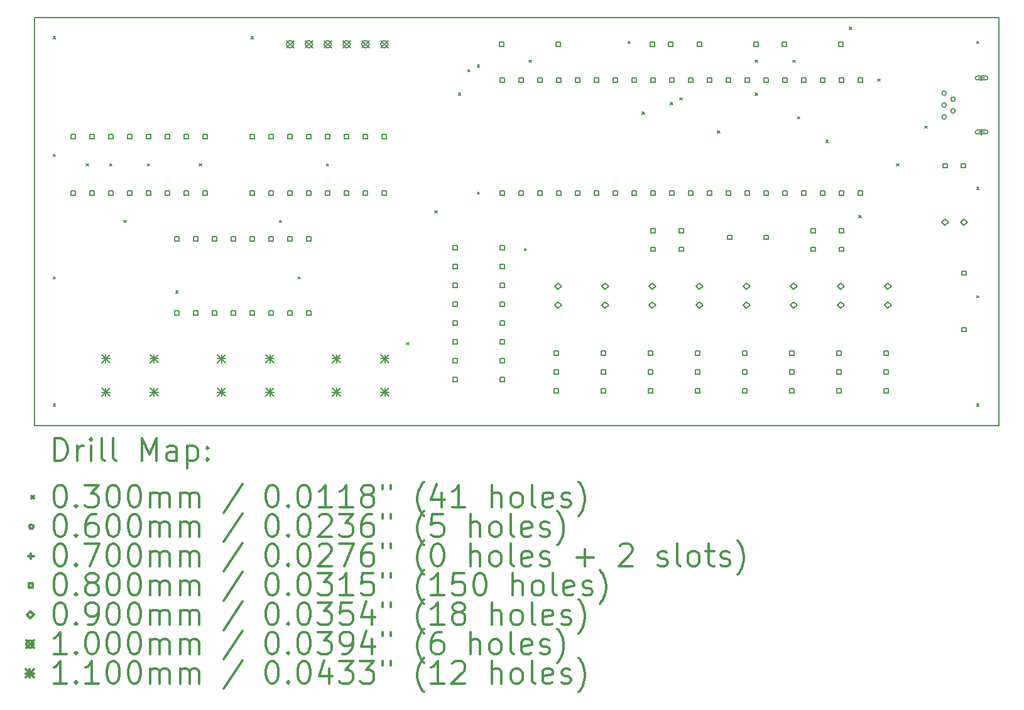
<source format=gbr>
%FSLAX45Y45*%
G04 Gerber Fmt 4.5, Leading zero omitted, Abs format (unit mm)*
G04 Created by KiCad (PCBNEW (5.1.12)-1) date 2022-05-02 15:45:26*
%MOMM*%
%LPD*%
G01*
G04 APERTURE LIST*
%TA.AperFunction,Profile*%
%ADD10C,0.200000*%
%TD*%
%ADD11C,0.200000*%
%ADD12C,0.300000*%
G04 APERTURE END LIST*
D10*
X0Y-5500000D02*
X0Y0D01*
X13000000Y-5500000D02*
X0Y-5500000D01*
X13000000Y0D02*
X13000000Y-5500000D01*
X0Y0D02*
X13000000Y0D01*
D11*
X255500Y-255500D02*
X285500Y-285500D01*
X285500Y-255500D02*
X255500Y-285500D01*
X255500Y-1843000D02*
X285500Y-1873000D01*
X285500Y-1843000D02*
X255500Y-1873000D01*
X255500Y-3494000D02*
X285500Y-3524000D01*
X285500Y-3494000D02*
X255500Y-3524000D01*
X255500Y-5208500D02*
X285500Y-5238500D01*
X285500Y-5208500D02*
X255500Y-5238500D01*
X700000Y-1970000D02*
X730000Y-2000000D01*
X730000Y-1970000D02*
X700000Y-2000000D01*
X1017500Y-1970000D02*
X1047500Y-2000000D01*
X1047500Y-1970000D02*
X1017500Y-2000000D01*
X1208000Y-2732000D02*
X1238000Y-2762000D01*
X1238000Y-2732000D02*
X1208000Y-2762000D01*
X1525500Y-1970000D02*
X1555500Y-2000000D01*
X1555500Y-1970000D02*
X1525500Y-2000000D01*
X1906500Y-3684500D02*
X1936500Y-3714500D01*
X1936500Y-3684500D02*
X1906500Y-3714500D01*
X2224000Y-1970000D02*
X2254000Y-2000000D01*
X2254000Y-1970000D02*
X2224000Y-2000000D01*
X2922500Y-255500D02*
X2952500Y-285500D01*
X2952500Y-255500D02*
X2922500Y-285500D01*
X3303500Y-2732000D02*
X3333500Y-2762000D01*
X3333500Y-2732000D02*
X3303500Y-2762000D01*
X3557500Y-3494000D02*
X3587500Y-3524000D01*
X3587500Y-3494000D02*
X3557500Y-3524000D01*
X3938500Y-1970000D02*
X3968500Y-2000000D01*
X3968500Y-1970000D02*
X3938500Y-2000000D01*
X5018000Y-4383000D02*
X5048000Y-4413000D01*
X5048000Y-4383000D02*
X5018000Y-4413000D01*
X5399000Y-2605000D02*
X5429000Y-2635000D01*
X5429000Y-2605000D02*
X5399000Y-2635000D01*
X5716500Y-1017500D02*
X5746500Y-1047500D01*
X5746500Y-1017500D02*
X5716500Y-1047500D01*
X5843500Y-700000D02*
X5873500Y-730000D01*
X5873500Y-700000D02*
X5843500Y-730000D01*
X5970500Y-636500D02*
X6000500Y-666500D01*
X6000500Y-636500D02*
X5970500Y-666500D01*
X5970500Y-2351000D02*
X6000500Y-2381000D01*
X6000500Y-2351000D02*
X5970500Y-2381000D01*
X6605500Y-3113000D02*
X6635500Y-3143000D01*
X6635500Y-3113000D02*
X6605500Y-3143000D01*
X6669000Y-573000D02*
X6699000Y-603000D01*
X6699000Y-573000D02*
X6669000Y-603000D01*
X8002500Y-319000D02*
X8032500Y-349000D01*
X8032500Y-319000D02*
X8002500Y-349000D01*
X8193000Y-1271500D02*
X8223000Y-1301500D01*
X8223000Y-1271500D02*
X8193000Y-1301500D01*
X8574000Y-1144500D02*
X8604000Y-1174500D01*
X8604000Y-1144500D02*
X8574000Y-1174500D01*
X8701000Y-1081000D02*
X8731000Y-1111000D01*
X8731000Y-1081000D02*
X8701000Y-1111000D01*
X9209000Y-1525500D02*
X9239000Y-1555500D01*
X9239000Y-1525500D02*
X9209000Y-1555500D01*
X9717000Y-573000D02*
X9747000Y-603000D01*
X9747000Y-573000D02*
X9717000Y-603000D01*
X9717000Y-1017500D02*
X9747000Y-1047500D01*
X9747000Y-1017500D02*
X9717000Y-1047500D01*
X10225000Y-573000D02*
X10255000Y-603000D01*
X10255000Y-573000D02*
X10225000Y-603000D01*
X10288500Y-1335000D02*
X10318500Y-1365000D01*
X10318500Y-1335000D02*
X10288500Y-1365000D01*
X10669500Y-1652500D02*
X10699500Y-1682500D01*
X10699500Y-1652500D02*
X10669500Y-1682500D01*
X10987000Y-128500D02*
X11017000Y-158500D01*
X11017000Y-128500D02*
X10987000Y-158500D01*
X11114000Y-2668500D02*
X11144000Y-2698500D01*
X11144000Y-2668500D02*
X11114000Y-2698500D01*
X11368000Y-827000D02*
X11398000Y-857000D01*
X11398000Y-827000D02*
X11368000Y-857000D01*
X11622000Y-1970000D02*
X11652000Y-2000000D01*
X11652000Y-1970000D02*
X11622000Y-2000000D01*
X12003000Y-1462000D02*
X12033000Y-1492000D01*
X12033000Y-1462000D02*
X12003000Y-1492000D01*
X12701500Y-319000D02*
X12731500Y-349000D01*
X12731500Y-319000D02*
X12701500Y-349000D01*
X12701500Y-2287500D02*
X12731500Y-2317500D01*
X12731500Y-2287500D02*
X12701500Y-2317500D01*
X12701500Y-3748000D02*
X12731500Y-3778000D01*
X12731500Y-3748000D02*
X12701500Y-3778000D01*
X12701500Y-5208500D02*
X12731500Y-5238500D01*
X12731500Y-5208500D02*
X12701500Y-5238500D01*
X12290000Y-1020000D02*
G75*
G03*
X12290000Y-1020000I-30000J0D01*
G01*
X12290000Y-1180000D02*
G75*
G03*
X12290000Y-1180000I-30000J0D01*
G01*
X12290000Y-1340000D02*
G75*
G03*
X12290000Y-1340000I-30000J0D01*
G01*
X12410000Y-1100000D02*
G75*
G03*
X12410000Y-1100000I-30000J0D01*
G01*
X12410000Y-1260000D02*
G75*
G03*
X12410000Y-1260000I-30000J0D01*
G01*
X12765000Y-780000D02*
X12765000Y-850000D01*
X12730000Y-815000D02*
X12800000Y-815000D01*
X12705000Y-840000D02*
X12825000Y-840000D01*
X12705000Y-790000D02*
X12825000Y-790000D01*
X12825000Y-840000D02*
G75*
G03*
X12825000Y-790000I0J25000D01*
G01*
X12705000Y-790000D02*
G75*
G03*
X12705000Y-840000I0J-25000D01*
G01*
X12765000Y-1510000D02*
X12765000Y-1580000D01*
X12730000Y-1545000D02*
X12800000Y-1545000D01*
X12705000Y-1570000D02*
X12825000Y-1570000D01*
X12705000Y-1520000D02*
X12825000Y-1520000D01*
X12825000Y-1570000D02*
G75*
G03*
X12825000Y-1520000I0J25000D01*
G01*
X12705000Y-1520000D02*
G75*
G03*
X12705000Y-1570000I0J-25000D01*
G01*
X552785Y-1632284D02*
X552785Y-1575715D01*
X496215Y-1575715D01*
X496215Y-1632284D01*
X552785Y-1632284D01*
X552785Y-2394285D02*
X552785Y-2337716D01*
X496215Y-2337716D01*
X496215Y-2394285D01*
X552785Y-2394285D01*
X806784Y-1632284D02*
X806784Y-1575715D01*
X750215Y-1575715D01*
X750215Y-1632284D01*
X806784Y-1632284D01*
X806784Y-2394285D02*
X806784Y-2337716D01*
X750215Y-2337716D01*
X750215Y-2394285D01*
X806784Y-2394285D01*
X1060785Y-1632284D02*
X1060785Y-1575715D01*
X1004215Y-1575715D01*
X1004215Y-1632284D01*
X1060785Y-1632284D01*
X1060785Y-2394285D02*
X1060785Y-2337716D01*
X1004215Y-2337716D01*
X1004215Y-2394285D01*
X1060785Y-2394285D01*
X1314785Y-1632284D02*
X1314785Y-1575715D01*
X1258216Y-1575715D01*
X1258216Y-1632284D01*
X1314785Y-1632284D01*
X1314785Y-2394285D02*
X1314785Y-2337716D01*
X1258216Y-2337716D01*
X1258216Y-2394285D01*
X1314785Y-2394285D01*
X1568784Y-1632284D02*
X1568784Y-1575715D01*
X1512215Y-1575715D01*
X1512215Y-1632284D01*
X1568784Y-1632284D01*
X1568784Y-2394285D02*
X1568784Y-2337716D01*
X1512215Y-2337716D01*
X1512215Y-2394285D01*
X1568784Y-2394285D01*
X1822784Y-1632284D02*
X1822784Y-1575715D01*
X1766215Y-1575715D01*
X1766215Y-1632284D01*
X1822784Y-1632284D01*
X1822784Y-2394285D02*
X1822784Y-2337716D01*
X1766215Y-2337716D01*
X1766215Y-2394285D01*
X1822784Y-2394285D01*
X1949784Y-3011984D02*
X1949784Y-2955415D01*
X1893215Y-2955415D01*
X1893215Y-3011984D01*
X1949784Y-3011984D01*
X1949784Y-4011984D02*
X1949784Y-3955415D01*
X1893215Y-3955415D01*
X1893215Y-4011984D01*
X1949784Y-4011984D01*
X2076784Y-1632284D02*
X2076784Y-1575715D01*
X2020215Y-1575715D01*
X2020215Y-1632284D01*
X2076784Y-1632284D01*
X2076784Y-2394285D02*
X2076784Y-2337716D01*
X2020215Y-2337716D01*
X2020215Y-2394285D01*
X2076784Y-2394285D01*
X2203785Y-3011984D02*
X2203785Y-2955415D01*
X2147216Y-2955415D01*
X2147216Y-3011984D01*
X2203785Y-3011984D01*
X2203785Y-4011984D02*
X2203785Y-3955415D01*
X2147216Y-3955415D01*
X2147216Y-4011984D01*
X2203785Y-4011984D01*
X2330785Y-1632284D02*
X2330785Y-1575715D01*
X2274216Y-1575715D01*
X2274216Y-1632284D01*
X2330785Y-1632284D01*
X2330785Y-2394285D02*
X2330785Y-2337716D01*
X2274216Y-2337716D01*
X2274216Y-2394285D01*
X2330785Y-2394285D01*
X2457785Y-3011984D02*
X2457785Y-2955415D01*
X2401216Y-2955415D01*
X2401216Y-3011984D01*
X2457785Y-3011984D01*
X2457785Y-4011984D02*
X2457785Y-3955415D01*
X2401216Y-3955415D01*
X2401216Y-4011984D01*
X2457785Y-4011984D01*
X2711785Y-3011984D02*
X2711785Y-2955415D01*
X2655216Y-2955415D01*
X2655216Y-3011984D01*
X2711785Y-3011984D01*
X2711785Y-4011984D02*
X2711785Y-3955415D01*
X2655216Y-3955415D01*
X2655216Y-4011984D01*
X2711785Y-4011984D01*
X2965784Y-1632284D02*
X2965784Y-1575715D01*
X2909215Y-1575715D01*
X2909215Y-1632284D01*
X2965784Y-1632284D01*
X2965784Y-2394285D02*
X2965784Y-2337716D01*
X2909215Y-2337716D01*
X2909215Y-2394285D01*
X2965784Y-2394285D01*
X2965784Y-3011984D02*
X2965784Y-2955415D01*
X2909215Y-2955415D01*
X2909215Y-3011984D01*
X2965784Y-3011984D01*
X2965784Y-4011984D02*
X2965784Y-3955415D01*
X2909215Y-3955415D01*
X2909215Y-4011984D01*
X2965784Y-4011984D01*
X3219784Y-1632284D02*
X3219784Y-1575715D01*
X3163215Y-1575715D01*
X3163215Y-1632284D01*
X3219784Y-1632284D01*
X3219784Y-2394285D02*
X3219784Y-2337716D01*
X3163215Y-2337716D01*
X3163215Y-2394285D01*
X3219784Y-2394285D01*
X3219784Y-3011984D02*
X3219784Y-2955415D01*
X3163215Y-2955415D01*
X3163215Y-3011984D01*
X3219784Y-3011984D01*
X3219784Y-4011984D02*
X3219784Y-3955415D01*
X3163215Y-3955415D01*
X3163215Y-4011984D01*
X3219784Y-4011984D01*
X3473784Y-1632284D02*
X3473784Y-1575715D01*
X3417215Y-1575715D01*
X3417215Y-1632284D01*
X3473784Y-1632284D01*
X3473784Y-2394285D02*
X3473784Y-2337716D01*
X3417215Y-2337716D01*
X3417215Y-2394285D01*
X3473784Y-2394285D01*
X3473784Y-3011984D02*
X3473784Y-2955415D01*
X3417215Y-2955415D01*
X3417215Y-3011984D01*
X3473784Y-3011984D01*
X3473784Y-4011984D02*
X3473784Y-3955415D01*
X3417215Y-3955415D01*
X3417215Y-4011984D01*
X3473784Y-4011984D01*
X3727784Y-1632284D02*
X3727784Y-1575715D01*
X3671215Y-1575715D01*
X3671215Y-1632284D01*
X3727784Y-1632284D01*
X3727784Y-2394285D02*
X3727784Y-2337716D01*
X3671215Y-2337716D01*
X3671215Y-2394285D01*
X3727784Y-2394285D01*
X3727784Y-3011984D02*
X3727784Y-2955415D01*
X3671215Y-2955415D01*
X3671215Y-3011984D01*
X3727784Y-3011984D01*
X3727784Y-4011984D02*
X3727784Y-3955415D01*
X3671215Y-3955415D01*
X3671215Y-4011984D01*
X3727784Y-4011984D01*
X3981784Y-1632284D02*
X3981784Y-1575715D01*
X3925215Y-1575715D01*
X3925215Y-1632284D01*
X3981784Y-1632284D01*
X3981784Y-2394285D02*
X3981784Y-2337716D01*
X3925215Y-2337716D01*
X3925215Y-2394285D01*
X3981784Y-2394285D01*
X4235785Y-1632284D02*
X4235785Y-1575715D01*
X4179215Y-1575715D01*
X4179215Y-1632284D01*
X4235785Y-1632284D01*
X4235785Y-2394285D02*
X4235785Y-2337716D01*
X4179215Y-2337716D01*
X4179215Y-2394285D01*
X4235785Y-2394285D01*
X4489785Y-1632284D02*
X4489785Y-1575715D01*
X4433216Y-1575715D01*
X4433216Y-1632284D01*
X4489785Y-1632284D01*
X4489785Y-2394285D02*
X4489785Y-2337716D01*
X4433216Y-2337716D01*
X4433216Y-2394285D01*
X4489785Y-2394285D01*
X4743785Y-1632284D02*
X4743785Y-1575715D01*
X4687216Y-1575715D01*
X4687216Y-1632284D01*
X4743785Y-1632284D01*
X4743785Y-2394285D02*
X4743785Y-2337716D01*
X4687216Y-2337716D01*
X4687216Y-2394285D01*
X4743785Y-2394285D01*
X5696284Y-3130884D02*
X5696284Y-3074315D01*
X5639715Y-3074315D01*
X5639715Y-3130884D01*
X5696284Y-3130884D01*
X5696284Y-3384884D02*
X5696284Y-3328315D01*
X5639715Y-3328315D01*
X5639715Y-3384884D01*
X5696284Y-3384884D01*
X5696284Y-3638884D02*
X5696284Y-3582315D01*
X5639715Y-3582315D01*
X5639715Y-3638884D01*
X5696284Y-3638884D01*
X5696284Y-3892884D02*
X5696284Y-3836315D01*
X5639715Y-3836315D01*
X5639715Y-3892884D01*
X5696284Y-3892884D01*
X5696284Y-4146884D02*
X5696284Y-4090315D01*
X5639715Y-4090315D01*
X5639715Y-4146884D01*
X5696284Y-4146884D01*
X5696284Y-4400885D02*
X5696284Y-4344316D01*
X5639715Y-4344316D01*
X5639715Y-4400885D01*
X5696284Y-4400885D01*
X5696284Y-4654885D02*
X5696284Y-4598316D01*
X5639715Y-4598316D01*
X5639715Y-4654885D01*
X5696284Y-4654885D01*
X5696284Y-4908885D02*
X5696284Y-4852316D01*
X5639715Y-4852316D01*
X5639715Y-4908885D01*
X5696284Y-4908885D01*
X6323384Y-387784D02*
X6323384Y-331216D01*
X6266815Y-331216D01*
X6266815Y-387784D01*
X6323384Y-387784D01*
X6331284Y-870284D02*
X6331284Y-813715D01*
X6274715Y-813715D01*
X6274715Y-870284D01*
X6331284Y-870284D01*
X6331284Y-2394285D02*
X6331284Y-2337716D01*
X6274715Y-2337716D01*
X6274715Y-2394285D01*
X6331284Y-2394285D01*
X6331284Y-3130884D02*
X6331284Y-3074315D01*
X6274715Y-3074315D01*
X6274715Y-3130884D01*
X6331284Y-3130884D01*
X6331284Y-3384884D02*
X6331284Y-3328315D01*
X6274715Y-3328315D01*
X6274715Y-3384884D01*
X6331284Y-3384884D01*
X6331284Y-3638884D02*
X6331284Y-3582315D01*
X6274715Y-3582315D01*
X6274715Y-3638884D01*
X6331284Y-3638884D01*
X6331284Y-3892884D02*
X6331284Y-3836315D01*
X6274715Y-3836315D01*
X6274715Y-3892884D01*
X6331284Y-3892884D01*
X6331284Y-4146884D02*
X6331284Y-4090315D01*
X6274715Y-4090315D01*
X6274715Y-4146884D01*
X6331284Y-4146884D01*
X6331284Y-4400885D02*
X6331284Y-4344316D01*
X6274715Y-4344316D01*
X6274715Y-4400885D01*
X6331284Y-4400885D01*
X6331284Y-4654885D02*
X6331284Y-4598316D01*
X6274715Y-4598316D01*
X6274715Y-4654885D01*
X6331284Y-4654885D01*
X6331284Y-4908885D02*
X6331284Y-4852316D01*
X6274715Y-4852316D01*
X6274715Y-4908885D01*
X6331284Y-4908885D01*
X6585284Y-870284D02*
X6585284Y-813715D01*
X6528715Y-813715D01*
X6528715Y-870284D01*
X6585284Y-870284D01*
X6585284Y-2394285D02*
X6585284Y-2337716D01*
X6528715Y-2337716D01*
X6528715Y-2394285D01*
X6585284Y-2394285D01*
X6839284Y-870284D02*
X6839284Y-813715D01*
X6782715Y-813715D01*
X6782715Y-870284D01*
X6839284Y-870284D01*
X6839284Y-2394285D02*
X6839284Y-2337716D01*
X6782715Y-2337716D01*
X6782715Y-2394285D01*
X6839284Y-2394285D01*
X7059984Y-4553385D02*
X7059984Y-4496816D01*
X7003415Y-4496816D01*
X7003415Y-4553385D01*
X7059984Y-4553385D01*
X7059984Y-4807385D02*
X7059984Y-4750816D01*
X7003415Y-4750816D01*
X7003415Y-4807385D01*
X7059984Y-4807385D01*
X7059984Y-5061385D02*
X7059984Y-5004816D01*
X7003415Y-5004816D01*
X7003415Y-5061385D01*
X7059984Y-5061385D01*
X7085384Y-387784D02*
X7085384Y-331216D01*
X7028815Y-331216D01*
X7028815Y-387784D01*
X7085384Y-387784D01*
X7093284Y-870284D02*
X7093284Y-813715D01*
X7036715Y-813715D01*
X7036715Y-870284D01*
X7093284Y-870284D01*
X7093284Y-2394285D02*
X7093284Y-2337716D01*
X7036715Y-2337716D01*
X7036715Y-2394285D01*
X7093284Y-2394285D01*
X7347284Y-870284D02*
X7347284Y-813715D01*
X7290715Y-813715D01*
X7290715Y-870284D01*
X7347284Y-870284D01*
X7347284Y-2394285D02*
X7347284Y-2337716D01*
X7290715Y-2337716D01*
X7290715Y-2394285D01*
X7347284Y-2394285D01*
X7601284Y-870284D02*
X7601284Y-813715D01*
X7544715Y-813715D01*
X7544715Y-870284D01*
X7601284Y-870284D01*
X7601284Y-2394285D02*
X7601284Y-2337716D01*
X7544715Y-2337716D01*
X7544715Y-2394285D01*
X7601284Y-2394285D01*
X7694984Y-4553385D02*
X7694984Y-4496816D01*
X7638415Y-4496816D01*
X7638415Y-4553385D01*
X7694984Y-4553385D01*
X7694984Y-4807385D02*
X7694984Y-4750816D01*
X7638415Y-4750816D01*
X7638415Y-4807385D01*
X7694984Y-4807385D01*
X7694984Y-5061385D02*
X7694984Y-5004816D01*
X7638415Y-5004816D01*
X7638415Y-5061385D01*
X7694984Y-5061385D01*
X7855284Y-870284D02*
X7855284Y-813715D01*
X7798715Y-813715D01*
X7798715Y-870284D01*
X7855284Y-870284D01*
X7855284Y-2394285D02*
X7855284Y-2337716D01*
X7798715Y-2337716D01*
X7798715Y-2394285D01*
X7855284Y-2394285D01*
X8109284Y-870284D02*
X8109284Y-813715D01*
X8052715Y-813715D01*
X8052715Y-870284D01*
X8109284Y-870284D01*
X8109284Y-2394285D02*
X8109284Y-2337716D01*
X8052715Y-2337716D01*
X8052715Y-2394285D01*
X8109284Y-2394285D01*
X8329984Y-4553385D02*
X8329984Y-4496816D01*
X8273415Y-4496816D01*
X8273415Y-4553385D01*
X8329984Y-4553385D01*
X8329984Y-4807385D02*
X8329984Y-4750816D01*
X8273415Y-4750816D01*
X8273415Y-4807385D01*
X8329984Y-4807385D01*
X8329984Y-5061385D02*
X8329984Y-5004816D01*
X8273415Y-5004816D01*
X8273415Y-5061385D01*
X8329984Y-5061385D01*
X8355384Y-387784D02*
X8355384Y-331216D01*
X8298815Y-331216D01*
X8298815Y-387784D01*
X8355384Y-387784D01*
X8363284Y-870284D02*
X8363284Y-813715D01*
X8306715Y-813715D01*
X8306715Y-870284D01*
X8363284Y-870284D01*
X8363284Y-2394285D02*
X8363284Y-2337716D01*
X8306715Y-2337716D01*
X8306715Y-2394285D01*
X8363284Y-2394285D01*
X8363284Y-2902284D02*
X8363284Y-2845715D01*
X8306715Y-2845715D01*
X8306715Y-2902284D01*
X8363284Y-2902284D01*
X8363284Y-3152284D02*
X8363284Y-3095715D01*
X8306715Y-3095715D01*
X8306715Y-3152284D01*
X8363284Y-3152284D01*
X8605385Y-387784D02*
X8605385Y-331216D01*
X8548816Y-331216D01*
X8548816Y-387784D01*
X8605385Y-387784D01*
X8617285Y-870284D02*
X8617285Y-813715D01*
X8560716Y-813715D01*
X8560716Y-870284D01*
X8617285Y-870284D01*
X8617285Y-2394285D02*
X8617285Y-2337716D01*
X8560716Y-2337716D01*
X8560716Y-2394285D01*
X8617285Y-2394285D01*
X8744285Y-2902284D02*
X8744285Y-2845715D01*
X8687716Y-2845715D01*
X8687716Y-2902284D01*
X8744285Y-2902284D01*
X8744285Y-3152284D02*
X8744285Y-3095715D01*
X8687716Y-3095715D01*
X8687716Y-3152284D01*
X8744285Y-3152284D01*
X8871285Y-870284D02*
X8871285Y-813715D01*
X8814716Y-813715D01*
X8814716Y-870284D01*
X8871285Y-870284D01*
X8871285Y-2394285D02*
X8871285Y-2337716D01*
X8814716Y-2337716D01*
X8814716Y-2394285D01*
X8871285Y-2394285D01*
X8964985Y-4553385D02*
X8964985Y-4496816D01*
X8908416Y-4496816D01*
X8908416Y-4553385D01*
X8964985Y-4553385D01*
X8964985Y-4807385D02*
X8964985Y-4750816D01*
X8908416Y-4750816D01*
X8908416Y-4807385D01*
X8964985Y-4807385D01*
X8964985Y-5061385D02*
X8964985Y-5004816D01*
X8908416Y-5004816D01*
X8908416Y-5061385D01*
X8964985Y-5061385D01*
X8990385Y-387784D02*
X8990385Y-331216D01*
X8933816Y-331216D01*
X8933816Y-387784D01*
X8990385Y-387784D01*
X9125285Y-870284D02*
X9125285Y-813715D01*
X9068716Y-813715D01*
X9068716Y-870284D01*
X9125285Y-870284D01*
X9125285Y-2394285D02*
X9125285Y-2337716D01*
X9068716Y-2337716D01*
X9068716Y-2394285D01*
X9125285Y-2394285D01*
X9379285Y-870284D02*
X9379285Y-813715D01*
X9322716Y-813715D01*
X9322716Y-870284D01*
X9379285Y-870284D01*
X9379285Y-2394285D02*
X9379285Y-2337716D01*
X9322716Y-2337716D01*
X9322716Y-2394285D01*
X9379285Y-2394285D01*
X9399285Y-2991284D02*
X9399285Y-2934715D01*
X9342716Y-2934715D01*
X9342716Y-2991284D01*
X9399285Y-2991284D01*
X9599985Y-4553385D02*
X9599985Y-4496816D01*
X9543416Y-4496816D01*
X9543416Y-4553385D01*
X9599985Y-4553385D01*
X9599985Y-4807385D02*
X9599985Y-4750816D01*
X9543416Y-4750816D01*
X9543416Y-4807385D01*
X9599985Y-4807385D01*
X9599985Y-5061385D02*
X9599985Y-5004816D01*
X9543416Y-5004816D01*
X9543416Y-5061385D01*
X9599985Y-5061385D01*
X9633285Y-870284D02*
X9633285Y-813715D01*
X9576716Y-813715D01*
X9576716Y-870284D01*
X9633285Y-870284D01*
X9633285Y-2394285D02*
X9633285Y-2337716D01*
X9576716Y-2337716D01*
X9576716Y-2394285D01*
X9633285Y-2394285D01*
X9752385Y-387784D02*
X9752385Y-331216D01*
X9695816Y-331216D01*
X9695816Y-387784D01*
X9752385Y-387784D01*
X9887285Y-870284D02*
X9887285Y-813715D01*
X9830716Y-813715D01*
X9830716Y-870284D01*
X9887285Y-870284D01*
X9887285Y-2394285D02*
X9887285Y-2337716D01*
X9830716Y-2337716D01*
X9830716Y-2394285D01*
X9887285Y-2394285D01*
X9887285Y-2991284D02*
X9887285Y-2934715D01*
X9830716Y-2934715D01*
X9830716Y-2991284D01*
X9887285Y-2991284D01*
X10133385Y-387784D02*
X10133385Y-331216D01*
X10076816Y-331216D01*
X10076816Y-387784D01*
X10133385Y-387784D01*
X10141285Y-870284D02*
X10141285Y-813715D01*
X10084716Y-813715D01*
X10084716Y-870284D01*
X10141285Y-870284D01*
X10141285Y-2394285D02*
X10141285Y-2337716D01*
X10084716Y-2337716D01*
X10084716Y-2394285D01*
X10141285Y-2394285D01*
X10234985Y-4553385D02*
X10234985Y-4496816D01*
X10178416Y-4496816D01*
X10178416Y-4553385D01*
X10234985Y-4553385D01*
X10234985Y-4807385D02*
X10234985Y-4750816D01*
X10178416Y-4750816D01*
X10178416Y-4807385D01*
X10234985Y-4807385D01*
X10234985Y-5061385D02*
X10234985Y-5004816D01*
X10178416Y-5004816D01*
X10178416Y-5061385D01*
X10234985Y-5061385D01*
X10395285Y-870284D02*
X10395285Y-813715D01*
X10338716Y-813715D01*
X10338716Y-870284D01*
X10395285Y-870284D01*
X10395285Y-2394285D02*
X10395285Y-2337716D01*
X10338716Y-2337716D01*
X10338716Y-2394285D01*
X10395285Y-2394285D01*
X10522285Y-2902284D02*
X10522285Y-2845715D01*
X10465716Y-2845715D01*
X10465716Y-2902284D01*
X10522285Y-2902284D01*
X10522285Y-3152284D02*
X10522285Y-3095715D01*
X10465716Y-3095715D01*
X10465716Y-3152284D01*
X10522285Y-3152284D01*
X10649285Y-870284D02*
X10649285Y-813715D01*
X10592716Y-813715D01*
X10592716Y-870284D01*
X10649285Y-870284D01*
X10649285Y-2394285D02*
X10649285Y-2337716D01*
X10592716Y-2337716D01*
X10592716Y-2394285D01*
X10649285Y-2394285D01*
X10869985Y-4553385D02*
X10869985Y-4496816D01*
X10813416Y-4496816D01*
X10813416Y-4553385D01*
X10869985Y-4553385D01*
X10869985Y-4807385D02*
X10869985Y-4750816D01*
X10813416Y-4750816D01*
X10813416Y-4807385D01*
X10869985Y-4807385D01*
X10869985Y-5061385D02*
X10869985Y-5004816D01*
X10813416Y-5004816D01*
X10813416Y-5061385D01*
X10869985Y-5061385D01*
X10895385Y-387784D02*
X10895385Y-331216D01*
X10838816Y-331216D01*
X10838816Y-387784D01*
X10895385Y-387784D01*
X10903285Y-870284D02*
X10903285Y-813715D01*
X10846716Y-813715D01*
X10846716Y-870284D01*
X10903285Y-870284D01*
X10903285Y-2394285D02*
X10903285Y-2337716D01*
X10846716Y-2337716D01*
X10846716Y-2394285D01*
X10903285Y-2394285D01*
X10903285Y-2902284D02*
X10903285Y-2845715D01*
X10846716Y-2845715D01*
X10846716Y-2902284D01*
X10903285Y-2902284D01*
X10903285Y-3152284D02*
X10903285Y-3095715D01*
X10846716Y-3095715D01*
X10846716Y-3152284D01*
X10903285Y-3152284D01*
X11157285Y-870284D02*
X11157285Y-813715D01*
X11100716Y-813715D01*
X11100716Y-870284D01*
X11157285Y-870284D01*
X11157285Y-2394285D02*
X11157285Y-2337716D01*
X11100716Y-2337716D01*
X11100716Y-2394285D01*
X11157285Y-2394285D01*
X11504984Y-4553385D02*
X11504984Y-4496816D01*
X11448415Y-4496816D01*
X11448415Y-4553385D01*
X11504984Y-4553385D01*
X11504984Y-4807385D02*
X11504984Y-4750816D01*
X11448415Y-4750816D01*
X11448415Y-4807385D01*
X11504984Y-4807385D01*
X11504984Y-5061385D02*
X11504984Y-5004816D01*
X11448415Y-5004816D01*
X11448415Y-5061385D01*
X11504984Y-5061385D01*
X12300284Y-2026084D02*
X12300284Y-1969515D01*
X12243715Y-1969515D01*
X12243715Y-2026084D01*
X12300284Y-2026084D01*
X12550284Y-2026084D02*
X12550284Y-1969515D01*
X12493715Y-1969515D01*
X12493715Y-2026084D01*
X12550284Y-2026084D01*
X12554284Y-3473784D02*
X12554284Y-3417215D01*
X12497715Y-3417215D01*
X12497715Y-3473784D01*
X12554284Y-3473784D01*
X12554284Y-4235785D02*
X12554284Y-4179215D01*
X12497715Y-4179215D01*
X12497715Y-4235785D01*
X12554284Y-4235785D01*
X7057100Y-3668400D02*
X7102100Y-3623400D01*
X7057100Y-3578400D01*
X7012100Y-3623400D01*
X7057100Y-3668400D01*
X7057100Y-3922400D02*
X7102100Y-3877400D01*
X7057100Y-3832400D01*
X7012100Y-3877400D01*
X7057100Y-3922400D01*
X7692100Y-3668400D02*
X7737100Y-3623400D01*
X7692100Y-3578400D01*
X7647100Y-3623400D01*
X7692100Y-3668400D01*
X7692100Y-3922400D02*
X7737100Y-3877400D01*
X7692100Y-3832400D01*
X7647100Y-3877400D01*
X7692100Y-3922400D01*
X8327100Y-3668400D02*
X8372100Y-3623400D01*
X8327100Y-3578400D01*
X8282100Y-3623400D01*
X8327100Y-3668400D01*
X8327100Y-3922400D02*
X8372100Y-3877400D01*
X8327100Y-3832400D01*
X8282100Y-3877400D01*
X8327100Y-3922400D01*
X8962100Y-3668400D02*
X9007100Y-3623400D01*
X8962100Y-3578400D01*
X8917100Y-3623400D01*
X8962100Y-3668400D01*
X8962100Y-3922400D02*
X9007100Y-3877400D01*
X8962100Y-3832400D01*
X8917100Y-3877400D01*
X8962100Y-3922400D01*
X9597100Y-3668400D02*
X9642100Y-3623400D01*
X9597100Y-3578400D01*
X9552100Y-3623400D01*
X9597100Y-3668400D01*
X9597100Y-3922400D02*
X9642100Y-3877400D01*
X9597100Y-3832400D01*
X9552100Y-3877400D01*
X9597100Y-3922400D01*
X10232100Y-3668400D02*
X10277100Y-3623400D01*
X10232100Y-3578400D01*
X10187100Y-3623400D01*
X10232100Y-3668400D01*
X10232100Y-3922400D02*
X10277100Y-3877400D01*
X10232100Y-3832400D01*
X10187100Y-3877400D01*
X10232100Y-3922400D01*
X10867100Y-3668400D02*
X10912100Y-3623400D01*
X10867100Y-3578400D01*
X10822100Y-3623400D01*
X10867100Y-3668400D01*
X10867100Y-3922400D02*
X10912100Y-3877400D01*
X10867100Y-3832400D01*
X10822100Y-3877400D01*
X10867100Y-3922400D01*
X11502100Y-3668400D02*
X11547100Y-3623400D01*
X11502100Y-3578400D01*
X11457100Y-3623400D01*
X11502100Y-3668400D01*
X11502100Y-3922400D02*
X11547100Y-3877400D01*
X11502100Y-3832400D01*
X11457100Y-3877400D01*
X11502100Y-3922400D01*
X12272000Y-2804800D02*
X12317000Y-2759800D01*
X12272000Y-2714800D01*
X12227000Y-2759800D01*
X12272000Y-2804800D01*
X12526000Y-2804800D02*
X12571000Y-2759800D01*
X12526000Y-2714800D01*
X12481000Y-2759800D01*
X12526000Y-2804800D01*
X3395500Y-309400D02*
X3495500Y-409400D01*
X3495500Y-309400D02*
X3395500Y-409400D01*
X3495500Y-359400D02*
G75*
G03*
X3495500Y-359400I-50000J0D01*
G01*
X3649500Y-309400D02*
X3749500Y-409400D01*
X3749500Y-309400D02*
X3649500Y-409400D01*
X3749500Y-359400D02*
G75*
G03*
X3749500Y-359400I-50000J0D01*
G01*
X3903500Y-309400D02*
X4003500Y-409400D01*
X4003500Y-309400D02*
X3903500Y-409400D01*
X4003500Y-359400D02*
G75*
G03*
X4003500Y-359400I-50000J0D01*
G01*
X4157500Y-309400D02*
X4257500Y-409400D01*
X4257500Y-309400D02*
X4157500Y-409400D01*
X4257500Y-359400D02*
G75*
G03*
X4257500Y-359400I-50000J0D01*
G01*
X4411500Y-309400D02*
X4511500Y-409400D01*
X4511500Y-309400D02*
X4411500Y-409400D01*
X4511500Y-359400D02*
G75*
G03*
X4511500Y-359400I-50000J0D01*
G01*
X4665500Y-309400D02*
X4765500Y-409400D01*
X4765500Y-309400D02*
X4665500Y-409400D01*
X4765500Y-359400D02*
G75*
G03*
X4765500Y-359400I-50000J0D01*
G01*
X906100Y-4546300D02*
X1016100Y-4656300D01*
X1016100Y-4546300D02*
X906100Y-4656300D01*
X961100Y-4546300D02*
X961100Y-4656300D01*
X906100Y-4601300D02*
X1016100Y-4601300D01*
X906100Y-4996300D02*
X1016100Y-5106300D01*
X1016100Y-4996300D02*
X906100Y-5106300D01*
X961100Y-4996300D02*
X961100Y-5106300D01*
X906100Y-5051300D02*
X1016100Y-5051300D01*
X1556100Y-4546300D02*
X1666100Y-4656300D01*
X1666100Y-4546300D02*
X1556100Y-4656300D01*
X1611100Y-4546300D02*
X1611100Y-4656300D01*
X1556100Y-4601300D02*
X1666100Y-4601300D01*
X1556100Y-4996300D02*
X1666100Y-5106300D01*
X1666100Y-4996300D02*
X1556100Y-5106300D01*
X1611100Y-4996300D02*
X1611100Y-5106300D01*
X1556100Y-5051300D02*
X1666100Y-5051300D01*
X2468200Y-4546300D02*
X2578200Y-4656300D01*
X2578200Y-4546300D02*
X2468200Y-4656300D01*
X2523200Y-4546300D02*
X2523200Y-4656300D01*
X2468200Y-4601300D02*
X2578200Y-4601300D01*
X2468200Y-4996300D02*
X2578200Y-5106300D01*
X2578200Y-4996300D02*
X2468200Y-5106300D01*
X2523200Y-4996300D02*
X2523200Y-5106300D01*
X2468200Y-5051300D02*
X2578200Y-5051300D01*
X3118200Y-4546300D02*
X3228200Y-4656300D01*
X3228200Y-4546300D02*
X3118200Y-4656300D01*
X3173200Y-4546300D02*
X3173200Y-4656300D01*
X3118200Y-4601300D02*
X3228200Y-4601300D01*
X3118200Y-4996300D02*
X3228200Y-5106300D01*
X3228200Y-4996300D02*
X3118200Y-5106300D01*
X3173200Y-4996300D02*
X3173200Y-5106300D01*
X3118200Y-5051300D02*
X3228200Y-5051300D01*
X4017600Y-4546300D02*
X4127600Y-4656300D01*
X4127600Y-4546300D02*
X4017600Y-4656300D01*
X4072600Y-4546300D02*
X4072600Y-4656300D01*
X4017600Y-4601300D02*
X4127600Y-4601300D01*
X4017600Y-4996300D02*
X4127600Y-5106300D01*
X4127600Y-4996300D02*
X4017600Y-5106300D01*
X4072600Y-4996300D02*
X4072600Y-5106300D01*
X4017600Y-5051300D02*
X4127600Y-5051300D01*
X4667600Y-4546300D02*
X4777600Y-4656300D01*
X4777600Y-4546300D02*
X4667600Y-4656300D01*
X4722600Y-4546300D02*
X4722600Y-4656300D01*
X4667600Y-4601300D02*
X4777600Y-4601300D01*
X4667600Y-4996300D02*
X4777600Y-5106300D01*
X4777600Y-4996300D02*
X4667600Y-5106300D01*
X4722600Y-4996300D02*
X4722600Y-5106300D01*
X4667600Y-5051300D02*
X4777600Y-5051300D01*
D12*
X276428Y-5975714D02*
X276428Y-5675714D01*
X347857Y-5675714D01*
X390714Y-5690000D01*
X419286Y-5718571D01*
X433571Y-5747143D01*
X447857Y-5804286D01*
X447857Y-5847143D01*
X433571Y-5904286D01*
X419286Y-5932857D01*
X390714Y-5961429D01*
X347857Y-5975714D01*
X276428Y-5975714D01*
X576428Y-5975714D02*
X576428Y-5775714D01*
X576428Y-5832857D02*
X590714Y-5804286D01*
X605000Y-5790000D01*
X633571Y-5775714D01*
X662143Y-5775714D01*
X762143Y-5975714D02*
X762143Y-5775714D01*
X762143Y-5675714D02*
X747857Y-5690000D01*
X762143Y-5704286D01*
X776428Y-5690000D01*
X762143Y-5675714D01*
X762143Y-5704286D01*
X947857Y-5975714D02*
X919286Y-5961429D01*
X905000Y-5932857D01*
X905000Y-5675714D01*
X1105000Y-5975714D02*
X1076428Y-5961429D01*
X1062143Y-5932857D01*
X1062143Y-5675714D01*
X1447857Y-5975714D02*
X1447857Y-5675714D01*
X1547857Y-5890000D01*
X1647857Y-5675714D01*
X1647857Y-5975714D01*
X1919286Y-5975714D02*
X1919286Y-5818571D01*
X1905000Y-5790000D01*
X1876428Y-5775714D01*
X1819286Y-5775714D01*
X1790714Y-5790000D01*
X1919286Y-5961429D02*
X1890714Y-5975714D01*
X1819286Y-5975714D01*
X1790714Y-5961429D01*
X1776428Y-5932857D01*
X1776428Y-5904286D01*
X1790714Y-5875714D01*
X1819286Y-5861429D01*
X1890714Y-5861429D01*
X1919286Y-5847143D01*
X2062143Y-5775714D02*
X2062143Y-6075714D01*
X2062143Y-5790000D02*
X2090714Y-5775714D01*
X2147857Y-5775714D01*
X2176428Y-5790000D01*
X2190714Y-5804286D01*
X2205000Y-5832857D01*
X2205000Y-5918571D01*
X2190714Y-5947143D01*
X2176428Y-5961429D01*
X2147857Y-5975714D01*
X2090714Y-5975714D01*
X2062143Y-5961429D01*
X2333571Y-5947143D02*
X2347857Y-5961429D01*
X2333571Y-5975714D01*
X2319286Y-5961429D01*
X2333571Y-5947143D01*
X2333571Y-5975714D01*
X2333571Y-5790000D02*
X2347857Y-5804286D01*
X2333571Y-5818571D01*
X2319286Y-5804286D01*
X2333571Y-5790000D01*
X2333571Y-5818571D01*
X-40000Y-6455000D02*
X-10000Y-6485000D01*
X-10000Y-6455000D02*
X-40000Y-6485000D01*
X333571Y-6305714D02*
X362143Y-6305714D01*
X390714Y-6320000D01*
X405000Y-6334286D01*
X419286Y-6362857D01*
X433571Y-6420000D01*
X433571Y-6491429D01*
X419286Y-6548571D01*
X405000Y-6577143D01*
X390714Y-6591429D01*
X362143Y-6605714D01*
X333571Y-6605714D01*
X305000Y-6591429D01*
X290714Y-6577143D01*
X276428Y-6548571D01*
X262143Y-6491429D01*
X262143Y-6420000D01*
X276428Y-6362857D01*
X290714Y-6334286D01*
X305000Y-6320000D01*
X333571Y-6305714D01*
X562143Y-6577143D02*
X576428Y-6591429D01*
X562143Y-6605714D01*
X547857Y-6591429D01*
X562143Y-6577143D01*
X562143Y-6605714D01*
X676428Y-6305714D02*
X862143Y-6305714D01*
X762143Y-6420000D01*
X805000Y-6420000D01*
X833571Y-6434286D01*
X847857Y-6448571D01*
X862143Y-6477143D01*
X862143Y-6548571D01*
X847857Y-6577143D01*
X833571Y-6591429D01*
X805000Y-6605714D01*
X719286Y-6605714D01*
X690714Y-6591429D01*
X676428Y-6577143D01*
X1047857Y-6305714D02*
X1076428Y-6305714D01*
X1105000Y-6320000D01*
X1119286Y-6334286D01*
X1133571Y-6362857D01*
X1147857Y-6420000D01*
X1147857Y-6491429D01*
X1133571Y-6548571D01*
X1119286Y-6577143D01*
X1105000Y-6591429D01*
X1076428Y-6605714D01*
X1047857Y-6605714D01*
X1019286Y-6591429D01*
X1005000Y-6577143D01*
X990714Y-6548571D01*
X976428Y-6491429D01*
X976428Y-6420000D01*
X990714Y-6362857D01*
X1005000Y-6334286D01*
X1019286Y-6320000D01*
X1047857Y-6305714D01*
X1333571Y-6305714D02*
X1362143Y-6305714D01*
X1390714Y-6320000D01*
X1405000Y-6334286D01*
X1419286Y-6362857D01*
X1433571Y-6420000D01*
X1433571Y-6491429D01*
X1419286Y-6548571D01*
X1405000Y-6577143D01*
X1390714Y-6591429D01*
X1362143Y-6605714D01*
X1333571Y-6605714D01*
X1305000Y-6591429D01*
X1290714Y-6577143D01*
X1276428Y-6548571D01*
X1262143Y-6491429D01*
X1262143Y-6420000D01*
X1276428Y-6362857D01*
X1290714Y-6334286D01*
X1305000Y-6320000D01*
X1333571Y-6305714D01*
X1562143Y-6605714D02*
X1562143Y-6405714D01*
X1562143Y-6434286D02*
X1576428Y-6420000D01*
X1605000Y-6405714D01*
X1647857Y-6405714D01*
X1676428Y-6420000D01*
X1690714Y-6448571D01*
X1690714Y-6605714D01*
X1690714Y-6448571D02*
X1705000Y-6420000D01*
X1733571Y-6405714D01*
X1776428Y-6405714D01*
X1805000Y-6420000D01*
X1819286Y-6448571D01*
X1819286Y-6605714D01*
X1962143Y-6605714D02*
X1962143Y-6405714D01*
X1962143Y-6434286D02*
X1976428Y-6420000D01*
X2005000Y-6405714D01*
X2047857Y-6405714D01*
X2076428Y-6420000D01*
X2090714Y-6448571D01*
X2090714Y-6605714D01*
X2090714Y-6448571D02*
X2105000Y-6420000D01*
X2133571Y-6405714D01*
X2176428Y-6405714D01*
X2205000Y-6420000D01*
X2219286Y-6448571D01*
X2219286Y-6605714D01*
X2805000Y-6291429D02*
X2547857Y-6677143D01*
X3190714Y-6305714D02*
X3219286Y-6305714D01*
X3247857Y-6320000D01*
X3262143Y-6334286D01*
X3276428Y-6362857D01*
X3290714Y-6420000D01*
X3290714Y-6491429D01*
X3276428Y-6548571D01*
X3262143Y-6577143D01*
X3247857Y-6591429D01*
X3219286Y-6605714D01*
X3190714Y-6605714D01*
X3162143Y-6591429D01*
X3147857Y-6577143D01*
X3133571Y-6548571D01*
X3119286Y-6491429D01*
X3119286Y-6420000D01*
X3133571Y-6362857D01*
X3147857Y-6334286D01*
X3162143Y-6320000D01*
X3190714Y-6305714D01*
X3419286Y-6577143D02*
X3433571Y-6591429D01*
X3419286Y-6605714D01*
X3405000Y-6591429D01*
X3419286Y-6577143D01*
X3419286Y-6605714D01*
X3619286Y-6305714D02*
X3647857Y-6305714D01*
X3676428Y-6320000D01*
X3690714Y-6334286D01*
X3705000Y-6362857D01*
X3719286Y-6420000D01*
X3719286Y-6491429D01*
X3705000Y-6548571D01*
X3690714Y-6577143D01*
X3676428Y-6591429D01*
X3647857Y-6605714D01*
X3619286Y-6605714D01*
X3590714Y-6591429D01*
X3576428Y-6577143D01*
X3562143Y-6548571D01*
X3547857Y-6491429D01*
X3547857Y-6420000D01*
X3562143Y-6362857D01*
X3576428Y-6334286D01*
X3590714Y-6320000D01*
X3619286Y-6305714D01*
X4005000Y-6605714D02*
X3833571Y-6605714D01*
X3919286Y-6605714D02*
X3919286Y-6305714D01*
X3890714Y-6348571D01*
X3862143Y-6377143D01*
X3833571Y-6391429D01*
X4290714Y-6605714D02*
X4119286Y-6605714D01*
X4205000Y-6605714D02*
X4205000Y-6305714D01*
X4176428Y-6348571D01*
X4147857Y-6377143D01*
X4119286Y-6391429D01*
X4462143Y-6434286D02*
X4433571Y-6420000D01*
X4419286Y-6405714D01*
X4405000Y-6377143D01*
X4405000Y-6362857D01*
X4419286Y-6334286D01*
X4433571Y-6320000D01*
X4462143Y-6305714D01*
X4519286Y-6305714D01*
X4547857Y-6320000D01*
X4562143Y-6334286D01*
X4576428Y-6362857D01*
X4576428Y-6377143D01*
X4562143Y-6405714D01*
X4547857Y-6420000D01*
X4519286Y-6434286D01*
X4462143Y-6434286D01*
X4433571Y-6448571D01*
X4419286Y-6462857D01*
X4405000Y-6491429D01*
X4405000Y-6548571D01*
X4419286Y-6577143D01*
X4433571Y-6591429D01*
X4462143Y-6605714D01*
X4519286Y-6605714D01*
X4547857Y-6591429D01*
X4562143Y-6577143D01*
X4576428Y-6548571D01*
X4576428Y-6491429D01*
X4562143Y-6462857D01*
X4547857Y-6448571D01*
X4519286Y-6434286D01*
X4690714Y-6305714D02*
X4690714Y-6362857D01*
X4805000Y-6305714D02*
X4805000Y-6362857D01*
X5247857Y-6720000D02*
X5233571Y-6705714D01*
X5205000Y-6662857D01*
X5190714Y-6634286D01*
X5176428Y-6591429D01*
X5162143Y-6520000D01*
X5162143Y-6462857D01*
X5176428Y-6391429D01*
X5190714Y-6348571D01*
X5205000Y-6320000D01*
X5233571Y-6277143D01*
X5247857Y-6262857D01*
X5490714Y-6405714D02*
X5490714Y-6605714D01*
X5419286Y-6291429D02*
X5347857Y-6505714D01*
X5533571Y-6505714D01*
X5805000Y-6605714D02*
X5633571Y-6605714D01*
X5719286Y-6605714D02*
X5719286Y-6305714D01*
X5690714Y-6348571D01*
X5662143Y-6377143D01*
X5633571Y-6391429D01*
X6162143Y-6605714D02*
X6162143Y-6305714D01*
X6290714Y-6605714D02*
X6290714Y-6448571D01*
X6276428Y-6420000D01*
X6247857Y-6405714D01*
X6205000Y-6405714D01*
X6176428Y-6420000D01*
X6162143Y-6434286D01*
X6476428Y-6605714D02*
X6447857Y-6591429D01*
X6433571Y-6577143D01*
X6419286Y-6548571D01*
X6419286Y-6462857D01*
X6433571Y-6434286D01*
X6447857Y-6420000D01*
X6476428Y-6405714D01*
X6519286Y-6405714D01*
X6547857Y-6420000D01*
X6562143Y-6434286D01*
X6576428Y-6462857D01*
X6576428Y-6548571D01*
X6562143Y-6577143D01*
X6547857Y-6591429D01*
X6519286Y-6605714D01*
X6476428Y-6605714D01*
X6747857Y-6605714D02*
X6719286Y-6591429D01*
X6705000Y-6562857D01*
X6705000Y-6305714D01*
X6976428Y-6591429D02*
X6947857Y-6605714D01*
X6890714Y-6605714D01*
X6862143Y-6591429D01*
X6847857Y-6562857D01*
X6847857Y-6448571D01*
X6862143Y-6420000D01*
X6890714Y-6405714D01*
X6947857Y-6405714D01*
X6976428Y-6420000D01*
X6990714Y-6448571D01*
X6990714Y-6477143D01*
X6847857Y-6505714D01*
X7105000Y-6591429D02*
X7133571Y-6605714D01*
X7190714Y-6605714D01*
X7219286Y-6591429D01*
X7233571Y-6562857D01*
X7233571Y-6548571D01*
X7219286Y-6520000D01*
X7190714Y-6505714D01*
X7147857Y-6505714D01*
X7119286Y-6491429D01*
X7105000Y-6462857D01*
X7105000Y-6448571D01*
X7119286Y-6420000D01*
X7147857Y-6405714D01*
X7190714Y-6405714D01*
X7219286Y-6420000D01*
X7333571Y-6720000D02*
X7347857Y-6705714D01*
X7376428Y-6662857D01*
X7390714Y-6634286D01*
X7405000Y-6591429D01*
X7419286Y-6520000D01*
X7419286Y-6462857D01*
X7405000Y-6391429D01*
X7390714Y-6348571D01*
X7376428Y-6320000D01*
X7347857Y-6277143D01*
X7333571Y-6262857D01*
X-10000Y-6866000D02*
G75*
G03*
X-10000Y-6866000I-30000J0D01*
G01*
X333571Y-6701714D02*
X362143Y-6701714D01*
X390714Y-6716000D01*
X405000Y-6730286D01*
X419286Y-6758857D01*
X433571Y-6816000D01*
X433571Y-6887429D01*
X419286Y-6944571D01*
X405000Y-6973143D01*
X390714Y-6987429D01*
X362143Y-7001714D01*
X333571Y-7001714D01*
X305000Y-6987429D01*
X290714Y-6973143D01*
X276428Y-6944571D01*
X262143Y-6887429D01*
X262143Y-6816000D01*
X276428Y-6758857D01*
X290714Y-6730286D01*
X305000Y-6716000D01*
X333571Y-6701714D01*
X562143Y-6973143D02*
X576428Y-6987429D01*
X562143Y-7001714D01*
X547857Y-6987429D01*
X562143Y-6973143D01*
X562143Y-7001714D01*
X833571Y-6701714D02*
X776428Y-6701714D01*
X747857Y-6716000D01*
X733571Y-6730286D01*
X705000Y-6773143D01*
X690714Y-6830286D01*
X690714Y-6944571D01*
X705000Y-6973143D01*
X719286Y-6987429D01*
X747857Y-7001714D01*
X805000Y-7001714D01*
X833571Y-6987429D01*
X847857Y-6973143D01*
X862143Y-6944571D01*
X862143Y-6873143D01*
X847857Y-6844571D01*
X833571Y-6830286D01*
X805000Y-6816000D01*
X747857Y-6816000D01*
X719286Y-6830286D01*
X705000Y-6844571D01*
X690714Y-6873143D01*
X1047857Y-6701714D02*
X1076428Y-6701714D01*
X1105000Y-6716000D01*
X1119286Y-6730286D01*
X1133571Y-6758857D01*
X1147857Y-6816000D01*
X1147857Y-6887429D01*
X1133571Y-6944571D01*
X1119286Y-6973143D01*
X1105000Y-6987429D01*
X1076428Y-7001714D01*
X1047857Y-7001714D01*
X1019286Y-6987429D01*
X1005000Y-6973143D01*
X990714Y-6944571D01*
X976428Y-6887429D01*
X976428Y-6816000D01*
X990714Y-6758857D01*
X1005000Y-6730286D01*
X1019286Y-6716000D01*
X1047857Y-6701714D01*
X1333571Y-6701714D02*
X1362143Y-6701714D01*
X1390714Y-6716000D01*
X1405000Y-6730286D01*
X1419286Y-6758857D01*
X1433571Y-6816000D01*
X1433571Y-6887429D01*
X1419286Y-6944571D01*
X1405000Y-6973143D01*
X1390714Y-6987429D01*
X1362143Y-7001714D01*
X1333571Y-7001714D01*
X1305000Y-6987429D01*
X1290714Y-6973143D01*
X1276428Y-6944571D01*
X1262143Y-6887429D01*
X1262143Y-6816000D01*
X1276428Y-6758857D01*
X1290714Y-6730286D01*
X1305000Y-6716000D01*
X1333571Y-6701714D01*
X1562143Y-7001714D02*
X1562143Y-6801714D01*
X1562143Y-6830286D02*
X1576428Y-6816000D01*
X1605000Y-6801714D01*
X1647857Y-6801714D01*
X1676428Y-6816000D01*
X1690714Y-6844571D01*
X1690714Y-7001714D01*
X1690714Y-6844571D02*
X1705000Y-6816000D01*
X1733571Y-6801714D01*
X1776428Y-6801714D01*
X1805000Y-6816000D01*
X1819286Y-6844571D01*
X1819286Y-7001714D01*
X1962143Y-7001714D02*
X1962143Y-6801714D01*
X1962143Y-6830286D02*
X1976428Y-6816000D01*
X2005000Y-6801714D01*
X2047857Y-6801714D01*
X2076428Y-6816000D01*
X2090714Y-6844571D01*
X2090714Y-7001714D01*
X2090714Y-6844571D02*
X2105000Y-6816000D01*
X2133571Y-6801714D01*
X2176428Y-6801714D01*
X2205000Y-6816000D01*
X2219286Y-6844571D01*
X2219286Y-7001714D01*
X2805000Y-6687429D02*
X2547857Y-7073143D01*
X3190714Y-6701714D02*
X3219286Y-6701714D01*
X3247857Y-6716000D01*
X3262143Y-6730286D01*
X3276428Y-6758857D01*
X3290714Y-6816000D01*
X3290714Y-6887429D01*
X3276428Y-6944571D01*
X3262143Y-6973143D01*
X3247857Y-6987429D01*
X3219286Y-7001714D01*
X3190714Y-7001714D01*
X3162143Y-6987429D01*
X3147857Y-6973143D01*
X3133571Y-6944571D01*
X3119286Y-6887429D01*
X3119286Y-6816000D01*
X3133571Y-6758857D01*
X3147857Y-6730286D01*
X3162143Y-6716000D01*
X3190714Y-6701714D01*
X3419286Y-6973143D02*
X3433571Y-6987429D01*
X3419286Y-7001714D01*
X3405000Y-6987429D01*
X3419286Y-6973143D01*
X3419286Y-7001714D01*
X3619286Y-6701714D02*
X3647857Y-6701714D01*
X3676428Y-6716000D01*
X3690714Y-6730286D01*
X3705000Y-6758857D01*
X3719286Y-6816000D01*
X3719286Y-6887429D01*
X3705000Y-6944571D01*
X3690714Y-6973143D01*
X3676428Y-6987429D01*
X3647857Y-7001714D01*
X3619286Y-7001714D01*
X3590714Y-6987429D01*
X3576428Y-6973143D01*
X3562143Y-6944571D01*
X3547857Y-6887429D01*
X3547857Y-6816000D01*
X3562143Y-6758857D01*
X3576428Y-6730286D01*
X3590714Y-6716000D01*
X3619286Y-6701714D01*
X3833571Y-6730286D02*
X3847857Y-6716000D01*
X3876428Y-6701714D01*
X3947857Y-6701714D01*
X3976428Y-6716000D01*
X3990714Y-6730286D01*
X4005000Y-6758857D01*
X4005000Y-6787429D01*
X3990714Y-6830286D01*
X3819286Y-7001714D01*
X4005000Y-7001714D01*
X4105000Y-6701714D02*
X4290714Y-6701714D01*
X4190714Y-6816000D01*
X4233571Y-6816000D01*
X4262143Y-6830286D01*
X4276428Y-6844571D01*
X4290714Y-6873143D01*
X4290714Y-6944571D01*
X4276428Y-6973143D01*
X4262143Y-6987429D01*
X4233571Y-7001714D01*
X4147857Y-7001714D01*
X4119286Y-6987429D01*
X4105000Y-6973143D01*
X4547857Y-6701714D02*
X4490714Y-6701714D01*
X4462143Y-6716000D01*
X4447857Y-6730286D01*
X4419286Y-6773143D01*
X4405000Y-6830286D01*
X4405000Y-6944571D01*
X4419286Y-6973143D01*
X4433571Y-6987429D01*
X4462143Y-7001714D01*
X4519286Y-7001714D01*
X4547857Y-6987429D01*
X4562143Y-6973143D01*
X4576428Y-6944571D01*
X4576428Y-6873143D01*
X4562143Y-6844571D01*
X4547857Y-6830286D01*
X4519286Y-6816000D01*
X4462143Y-6816000D01*
X4433571Y-6830286D01*
X4419286Y-6844571D01*
X4405000Y-6873143D01*
X4690714Y-6701714D02*
X4690714Y-6758857D01*
X4805000Y-6701714D02*
X4805000Y-6758857D01*
X5247857Y-7116000D02*
X5233571Y-7101714D01*
X5205000Y-7058857D01*
X5190714Y-7030286D01*
X5176428Y-6987429D01*
X5162143Y-6916000D01*
X5162143Y-6858857D01*
X5176428Y-6787429D01*
X5190714Y-6744571D01*
X5205000Y-6716000D01*
X5233571Y-6673143D01*
X5247857Y-6658857D01*
X5505000Y-6701714D02*
X5362143Y-6701714D01*
X5347857Y-6844571D01*
X5362143Y-6830286D01*
X5390714Y-6816000D01*
X5462143Y-6816000D01*
X5490714Y-6830286D01*
X5505000Y-6844571D01*
X5519286Y-6873143D01*
X5519286Y-6944571D01*
X5505000Y-6973143D01*
X5490714Y-6987429D01*
X5462143Y-7001714D01*
X5390714Y-7001714D01*
X5362143Y-6987429D01*
X5347857Y-6973143D01*
X5876428Y-7001714D02*
X5876428Y-6701714D01*
X6005000Y-7001714D02*
X6005000Y-6844571D01*
X5990714Y-6816000D01*
X5962143Y-6801714D01*
X5919286Y-6801714D01*
X5890714Y-6816000D01*
X5876428Y-6830286D01*
X6190714Y-7001714D02*
X6162143Y-6987429D01*
X6147857Y-6973143D01*
X6133571Y-6944571D01*
X6133571Y-6858857D01*
X6147857Y-6830286D01*
X6162143Y-6816000D01*
X6190714Y-6801714D01*
X6233571Y-6801714D01*
X6262143Y-6816000D01*
X6276428Y-6830286D01*
X6290714Y-6858857D01*
X6290714Y-6944571D01*
X6276428Y-6973143D01*
X6262143Y-6987429D01*
X6233571Y-7001714D01*
X6190714Y-7001714D01*
X6462143Y-7001714D02*
X6433571Y-6987429D01*
X6419286Y-6958857D01*
X6419286Y-6701714D01*
X6690714Y-6987429D02*
X6662143Y-7001714D01*
X6605000Y-7001714D01*
X6576428Y-6987429D01*
X6562143Y-6958857D01*
X6562143Y-6844571D01*
X6576428Y-6816000D01*
X6605000Y-6801714D01*
X6662143Y-6801714D01*
X6690714Y-6816000D01*
X6705000Y-6844571D01*
X6705000Y-6873143D01*
X6562143Y-6901714D01*
X6819286Y-6987429D02*
X6847857Y-7001714D01*
X6905000Y-7001714D01*
X6933571Y-6987429D01*
X6947857Y-6958857D01*
X6947857Y-6944571D01*
X6933571Y-6916000D01*
X6905000Y-6901714D01*
X6862143Y-6901714D01*
X6833571Y-6887429D01*
X6819286Y-6858857D01*
X6819286Y-6844571D01*
X6833571Y-6816000D01*
X6862143Y-6801714D01*
X6905000Y-6801714D01*
X6933571Y-6816000D01*
X7047857Y-7116000D02*
X7062143Y-7101714D01*
X7090714Y-7058857D01*
X7105000Y-7030286D01*
X7119286Y-6987429D01*
X7133571Y-6916000D01*
X7133571Y-6858857D01*
X7119286Y-6787429D01*
X7105000Y-6744571D01*
X7090714Y-6716000D01*
X7062143Y-6673143D01*
X7047857Y-6658857D01*
X-45000Y-7227000D02*
X-45000Y-7297000D01*
X-80000Y-7262000D02*
X-10000Y-7262000D01*
X333571Y-7097714D02*
X362143Y-7097714D01*
X390714Y-7112000D01*
X405000Y-7126286D01*
X419286Y-7154857D01*
X433571Y-7212000D01*
X433571Y-7283429D01*
X419286Y-7340571D01*
X405000Y-7369143D01*
X390714Y-7383429D01*
X362143Y-7397714D01*
X333571Y-7397714D01*
X305000Y-7383429D01*
X290714Y-7369143D01*
X276428Y-7340571D01*
X262143Y-7283429D01*
X262143Y-7212000D01*
X276428Y-7154857D01*
X290714Y-7126286D01*
X305000Y-7112000D01*
X333571Y-7097714D01*
X562143Y-7369143D02*
X576428Y-7383429D01*
X562143Y-7397714D01*
X547857Y-7383429D01*
X562143Y-7369143D01*
X562143Y-7397714D01*
X676428Y-7097714D02*
X876428Y-7097714D01*
X747857Y-7397714D01*
X1047857Y-7097714D02*
X1076428Y-7097714D01*
X1105000Y-7112000D01*
X1119286Y-7126286D01*
X1133571Y-7154857D01*
X1147857Y-7212000D01*
X1147857Y-7283429D01*
X1133571Y-7340571D01*
X1119286Y-7369143D01*
X1105000Y-7383429D01*
X1076428Y-7397714D01*
X1047857Y-7397714D01*
X1019286Y-7383429D01*
X1005000Y-7369143D01*
X990714Y-7340571D01*
X976428Y-7283429D01*
X976428Y-7212000D01*
X990714Y-7154857D01*
X1005000Y-7126286D01*
X1019286Y-7112000D01*
X1047857Y-7097714D01*
X1333571Y-7097714D02*
X1362143Y-7097714D01*
X1390714Y-7112000D01*
X1405000Y-7126286D01*
X1419286Y-7154857D01*
X1433571Y-7212000D01*
X1433571Y-7283429D01*
X1419286Y-7340571D01*
X1405000Y-7369143D01*
X1390714Y-7383429D01*
X1362143Y-7397714D01*
X1333571Y-7397714D01*
X1305000Y-7383429D01*
X1290714Y-7369143D01*
X1276428Y-7340571D01*
X1262143Y-7283429D01*
X1262143Y-7212000D01*
X1276428Y-7154857D01*
X1290714Y-7126286D01*
X1305000Y-7112000D01*
X1333571Y-7097714D01*
X1562143Y-7397714D02*
X1562143Y-7197714D01*
X1562143Y-7226286D02*
X1576428Y-7212000D01*
X1605000Y-7197714D01*
X1647857Y-7197714D01*
X1676428Y-7212000D01*
X1690714Y-7240571D01*
X1690714Y-7397714D01*
X1690714Y-7240571D02*
X1705000Y-7212000D01*
X1733571Y-7197714D01*
X1776428Y-7197714D01*
X1805000Y-7212000D01*
X1819286Y-7240571D01*
X1819286Y-7397714D01*
X1962143Y-7397714D02*
X1962143Y-7197714D01*
X1962143Y-7226286D02*
X1976428Y-7212000D01*
X2005000Y-7197714D01*
X2047857Y-7197714D01*
X2076428Y-7212000D01*
X2090714Y-7240571D01*
X2090714Y-7397714D01*
X2090714Y-7240571D02*
X2105000Y-7212000D01*
X2133571Y-7197714D01*
X2176428Y-7197714D01*
X2205000Y-7212000D01*
X2219286Y-7240571D01*
X2219286Y-7397714D01*
X2805000Y-7083429D02*
X2547857Y-7469143D01*
X3190714Y-7097714D02*
X3219286Y-7097714D01*
X3247857Y-7112000D01*
X3262143Y-7126286D01*
X3276428Y-7154857D01*
X3290714Y-7212000D01*
X3290714Y-7283429D01*
X3276428Y-7340571D01*
X3262143Y-7369143D01*
X3247857Y-7383429D01*
X3219286Y-7397714D01*
X3190714Y-7397714D01*
X3162143Y-7383429D01*
X3147857Y-7369143D01*
X3133571Y-7340571D01*
X3119286Y-7283429D01*
X3119286Y-7212000D01*
X3133571Y-7154857D01*
X3147857Y-7126286D01*
X3162143Y-7112000D01*
X3190714Y-7097714D01*
X3419286Y-7369143D02*
X3433571Y-7383429D01*
X3419286Y-7397714D01*
X3405000Y-7383429D01*
X3419286Y-7369143D01*
X3419286Y-7397714D01*
X3619286Y-7097714D02*
X3647857Y-7097714D01*
X3676428Y-7112000D01*
X3690714Y-7126286D01*
X3705000Y-7154857D01*
X3719286Y-7212000D01*
X3719286Y-7283429D01*
X3705000Y-7340571D01*
X3690714Y-7369143D01*
X3676428Y-7383429D01*
X3647857Y-7397714D01*
X3619286Y-7397714D01*
X3590714Y-7383429D01*
X3576428Y-7369143D01*
X3562143Y-7340571D01*
X3547857Y-7283429D01*
X3547857Y-7212000D01*
X3562143Y-7154857D01*
X3576428Y-7126286D01*
X3590714Y-7112000D01*
X3619286Y-7097714D01*
X3833571Y-7126286D02*
X3847857Y-7112000D01*
X3876428Y-7097714D01*
X3947857Y-7097714D01*
X3976428Y-7112000D01*
X3990714Y-7126286D01*
X4005000Y-7154857D01*
X4005000Y-7183429D01*
X3990714Y-7226286D01*
X3819286Y-7397714D01*
X4005000Y-7397714D01*
X4105000Y-7097714D02*
X4305000Y-7097714D01*
X4176428Y-7397714D01*
X4547857Y-7097714D02*
X4490714Y-7097714D01*
X4462143Y-7112000D01*
X4447857Y-7126286D01*
X4419286Y-7169143D01*
X4405000Y-7226286D01*
X4405000Y-7340571D01*
X4419286Y-7369143D01*
X4433571Y-7383429D01*
X4462143Y-7397714D01*
X4519286Y-7397714D01*
X4547857Y-7383429D01*
X4562143Y-7369143D01*
X4576428Y-7340571D01*
X4576428Y-7269143D01*
X4562143Y-7240571D01*
X4547857Y-7226286D01*
X4519286Y-7212000D01*
X4462143Y-7212000D01*
X4433571Y-7226286D01*
X4419286Y-7240571D01*
X4405000Y-7269143D01*
X4690714Y-7097714D02*
X4690714Y-7154857D01*
X4805000Y-7097714D02*
X4805000Y-7154857D01*
X5247857Y-7512000D02*
X5233571Y-7497714D01*
X5205000Y-7454857D01*
X5190714Y-7426286D01*
X5176428Y-7383429D01*
X5162143Y-7312000D01*
X5162143Y-7254857D01*
X5176428Y-7183429D01*
X5190714Y-7140571D01*
X5205000Y-7112000D01*
X5233571Y-7069143D01*
X5247857Y-7054857D01*
X5419286Y-7097714D02*
X5447857Y-7097714D01*
X5476428Y-7112000D01*
X5490714Y-7126286D01*
X5505000Y-7154857D01*
X5519286Y-7212000D01*
X5519286Y-7283429D01*
X5505000Y-7340571D01*
X5490714Y-7369143D01*
X5476428Y-7383429D01*
X5447857Y-7397714D01*
X5419286Y-7397714D01*
X5390714Y-7383429D01*
X5376428Y-7369143D01*
X5362143Y-7340571D01*
X5347857Y-7283429D01*
X5347857Y-7212000D01*
X5362143Y-7154857D01*
X5376428Y-7126286D01*
X5390714Y-7112000D01*
X5419286Y-7097714D01*
X5876428Y-7397714D02*
X5876428Y-7097714D01*
X6005000Y-7397714D02*
X6005000Y-7240571D01*
X5990714Y-7212000D01*
X5962143Y-7197714D01*
X5919286Y-7197714D01*
X5890714Y-7212000D01*
X5876428Y-7226286D01*
X6190714Y-7397714D02*
X6162143Y-7383429D01*
X6147857Y-7369143D01*
X6133571Y-7340571D01*
X6133571Y-7254857D01*
X6147857Y-7226286D01*
X6162143Y-7212000D01*
X6190714Y-7197714D01*
X6233571Y-7197714D01*
X6262143Y-7212000D01*
X6276428Y-7226286D01*
X6290714Y-7254857D01*
X6290714Y-7340571D01*
X6276428Y-7369143D01*
X6262143Y-7383429D01*
X6233571Y-7397714D01*
X6190714Y-7397714D01*
X6462143Y-7397714D02*
X6433571Y-7383429D01*
X6419286Y-7354857D01*
X6419286Y-7097714D01*
X6690714Y-7383429D02*
X6662143Y-7397714D01*
X6605000Y-7397714D01*
X6576428Y-7383429D01*
X6562143Y-7354857D01*
X6562143Y-7240571D01*
X6576428Y-7212000D01*
X6605000Y-7197714D01*
X6662143Y-7197714D01*
X6690714Y-7212000D01*
X6705000Y-7240571D01*
X6705000Y-7269143D01*
X6562143Y-7297714D01*
X6819286Y-7383429D02*
X6847857Y-7397714D01*
X6905000Y-7397714D01*
X6933571Y-7383429D01*
X6947857Y-7354857D01*
X6947857Y-7340571D01*
X6933571Y-7312000D01*
X6905000Y-7297714D01*
X6862143Y-7297714D01*
X6833571Y-7283429D01*
X6819286Y-7254857D01*
X6819286Y-7240571D01*
X6833571Y-7212000D01*
X6862143Y-7197714D01*
X6905000Y-7197714D01*
X6933571Y-7212000D01*
X7305000Y-7283429D02*
X7533571Y-7283429D01*
X7419286Y-7397714D02*
X7419286Y-7169143D01*
X7890714Y-7126286D02*
X7905000Y-7112000D01*
X7933571Y-7097714D01*
X8005000Y-7097714D01*
X8033571Y-7112000D01*
X8047857Y-7126286D01*
X8062143Y-7154857D01*
X8062143Y-7183429D01*
X8047857Y-7226286D01*
X7876428Y-7397714D01*
X8062143Y-7397714D01*
X8405000Y-7383429D02*
X8433571Y-7397714D01*
X8490714Y-7397714D01*
X8519286Y-7383429D01*
X8533571Y-7354857D01*
X8533571Y-7340571D01*
X8519286Y-7312000D01*
X8490714Y-7297714D01*
X8447857Y-7297714D01*
X8419286Y-7283429D01*
X8405000Y-7254857D01*
X8405000Y-7240571D01*
X8419286Y-7212000D01*
X8447857Y-7197714D01*
X8490714Y-7197714D01*
X8519286Y-7212000D01*
X8705000Y-7397714D02*
X8676428Y-7383429D01*
X8662143Y-7354857D01*
X8662143Y-7097714D01*
X8862143Y-7397714D02*
X8833571Y-7383429D01*
X8819286Y-7369143D01*
X8805000Y-7340571D01*
X8805000Y-7254857D01*
X8819286Y-7226286D01*
X8833571Y-7212000D01*
X8862143Y-7197714D01*
X8905000Y-7197714D01*
X8933571Y-7212000D01*
X8947857Y-7226286D01*
X8962143Y-7254857D01*
X8962143Y-7340571D01*
X8947857Y-7369143D01*
X8933571Y-7383429D01*
X8905000Y-7397714D01*
X8862143Y-7397714D01*
X9047857Y-7197714D02*
X9162143Y-7197714D01*
X9090714Y-7097714D02*
X9090714Y-7354857D01*
X9105000Y-7383429D01*
X9133571Y-7397714D01*
X9162143Y-7397714D01*
X9247857Y-7383429D02*
X9276428Y-7397714D01*
X9333571Y-7397714D01*
X9362143Y-7383429D01*
X9376428Y-7354857D01*
X9376428Y-7340571D01*
X9362143Y-7312000D01*
X9333571Y-7297714D01*
X9290714Y-7297714D01*
X9262143Y-7283429D01*
X9247857Y-7254857D01*
X9247857Y-7240571D01*
X9262143Y-7212000D01*
X9290714Y-7197714D01*
X9333571Y-7197714D01*
X9362143Y-7212000D01*
X9476428Y-7512000D02*
X9490714Y-7497714D01*
X9519286Y-7454857D01*
X9533571Y-7426286D01*
X9547857Y-7383429D01*
X9562143Y-7312000D01*
X9562143Y-7254857D01*
X9547857Y-7183429D01*
X9533571Y-7140571D01*
X9519286Y-7112000D01*
X9490714Y-7069143D01*
X9476428Y-7054857D01*
X-21716Y-7686285D02*
X-21716Y-7629716D01*
X-78285Y-7629716D01*
X-78285Y-7686285D01*
X-21716Y-7686285D01*
X333571Y-7493714D02*
X362143Y-7493714D01*
X390714Y-7508000D01*
X405000Y-7522286D01*
X419286Y-7550857D01*
X433571Y-7608000D01*
X433571Y-7679429D01*
X419286Y-7736571D01*
X405000Y-7765143D01*
X390714Y-7779429D01*
X362143Y-7793714D01*
X333571Y-7793714D01*
X305000Y-7779429D01*
X290714Y-7765143D01*
X276428Y-7736571D01*
X262143Y-7679429D01*
X262143Y-7608000D01*
X276428Y-7550857D01*
X290714Y-7522286D01*
X305000Y-7508000D01*
X333571Y-7493714D01*
X562143Y-7765143D02*
X576428Y-7779429D01*
X562143Y-7793714D01*
X547857Y-7779429D01*
X562143Y-7765143D01*
X562143Y-7793714D01*
X747857Y-7622286D02*
X719286Y-7608000D01*
X705000Y-7593714D01*
X690714Y-7565143D01*
X690714Y-7550857D01*
X705000Y-7522286D01*
X719286Y-7508000D01*
X747857Y-7493714D01*
X805000Y-7493714D01*
X833571Y-7508000D01*
X847857Y-7522286D01*
X862143Y-7550857D01*
X862143Y-7565143D01*
X847857Y-7593714D01*
X833571Y-7608000D01*
X805000Y-7622286D01*
X747857Y-7622286D01*
X719286Y-7636571D01*
X705000Y-7650857D01*
X690714Y-7679429D01*
X690714Y-7736571D01*
X705000Y-7765143D01*
X719286Y-7779429D01*
X747857Y-7793714D01*
X805000Y-7793714D01*
X833571Y-7779429D01*
X847857Y-7765143D01*
X862143Y-7736571D01*
X862143Y-7679429D01*
X847857Y-7650857D01*
X833571Y-7636571D01*
X805000Y-7622286D01*
X1047857Y-7493714D02*
X1076428Y-7493714D01*
X1105000Y-7508000D01*
X1119286Y-7522286D01*
X1133571Y-7550857D01*
X1147857Y-7608000D01*
X1147857Y-7679429D01*
X1133571Y-7736571D01*
X1119286Y-7765143D01*
X1105000Y-7779429D01*
X1076428Y-7793714D01*
X1047857Y-7793714D01*
X1019286Y-7779429D01*
X1005000Y-7765143D01*
X990714Y-7736571D01*
X976428Y-7679429D01*
X976428Y-7608000D01*
X990714Y-7550857D01*
X1005000Y-7522286D01*
X1019286Y-7508000D01*
X1047857Y-7493714D01*
X1333571Y-7493714D02*
X1362143Y-7493714D01*
X1390714Y-7508000D01*
X1405000Y-7522286D01*
X1419286Y-7550857D01*
X1433571Y-7608000D01*
X1433571Y-7679429D01*
X1419286Y-7736571D01*
X1405000Y-7765143D01*
X1390714Y-7779429D01*
X1362143Y-7793714D01*
X1333571Y-7793714D01*
X1305000Y-7779429D01*
X1290714Y-7765143D01*
X1276428Y-7736571D01*
X1262143Y-7679429D01*
X1262143Y-7608000D01*
X1276428Y-7550857D01*
X1290714Y-7522286D01*
X1305000Y-7508000D01*
X1333571Y-7493714D01*
X1562143Y-7793714D02*
X1562143Y-7593714D01*
X1562143Y-7622286D02*
X1576428Y-7608000D01*
X1605000Y-7593714D01*
X1647857Y-7593714D01*
X1676428Y-7608000D01*
X1690714Y-7636571D01*
X1690714Y-7793714D01*
X1690714Y-7636571D02*
X1705000Y-7608000D01*
X1733571Y-7593714D01*
X1776428Y-7593714D01*
X1805000Y-7608000D01*
X1819286Y-7636571D01*
X1819286Y-7793714D01*
X1962143Y-7793714D02*
X1962143Y-7593714D01*
X1962143Y-7622286D02*
X1976428Y-7608000D01*
X2005000Y-7593714D01*
X2047857Y-7593714D01*
X2076428Y-7608000D01*
X2090714Y-7636571D01*
X2090714Y-7793714D01*
X2090714Y-7636571D02*
X2105000Y-7608000D01*
X2133571Y-7593714D01*
X2176428Y-7593714D01*
X2205000Y-7608000D01*
X2219286Y-7636571D01*
X2219286Y-7793714D01*
X2805000Y-7479429D02*
X2547857Y-7865143D01*
X3190714Y-7493714D02*
X3219286Y-7493714D01*
X3247857Y-7508000D01*
X3262143Y-7522286D01*
X3276428Y-7550857D01*
X3290714Y-7608000D01*
X3290714Y-7679429D01*
X3276428Y-7736571D01*
X3262143Y-7765143D01*
X3247857Y-7779429D01*
X3219286Y-7793714D01*
X3190714Y-7793714D01*
X3162143Y-7779429D01*
X3147857Y-7765143D01*
X3133571Y-7736571D01*
X3119286Y-7679429D01*
X3119286Y-7608000D01*
X3133571Y-7550857D01*
X3147857Y-7522286D01*
X3162143Y-7508000D01*
X3190714Y-7493714D01*
X3419286Y-7765143D02*
X3433571Y-7779429D01*
X3419286Y-7793714D01*
X3405000Y-7779429D01*
X3419286Y-7765143D01*
X3419286Y-7793714D01*
X3619286Y-7493714D02*
X3647857Y-7493714D01*
X3676428Y-7508000D01*
X3690714Y-7522286D01*
X3705000Y-7550857D01*
X3719286Y-7608000D01*
X3719286Y-7679429D01*
X3705000Y-7736571D01*
X3690714Y-7765143D01*
X3676428Y-7779429D01*
X3647857Y-7793714D01*
X3619286Y-7793714D01*
X3590714Y-7779429D01*
X3576428Y-7765143D01*
X3562143Y-7736571D01*
X3547857Y-7679429D01*
X3547857Y-7608000D01*
X3562143Y-7550857D01*
X3576428Y-7522286D01*
X3590714Y-7508000D01*
X3619286Y-7493714D01*
X3819286Y-7493714D02*
X4005000Y-7493714D01*
X3905000Y-7608000D01*
X3947857Y-7608000D01*
X3976428Y-7622286D01*
X3990714Y-7636571D01*
X4005000Y-7665143D01*
X4005000Y-7736571D01*
X3990714Y-7765143D01*
X3976428Y-7779429D01*
X3947857Y-7793714D01*
X3862143Y-7793714D01*
X3833571Y-7779429D01*
X3819286Y-7765143D01*
X4290714Y-7793714D02*
X4119286Y-7793714D01*
X4205000Y-7793714D02*
X4205000Y-7493714D01*
X4176428Y-7536571D01*
X4147857Y-7565143D01*
X4119286Y-7579429D01*
X4562143Y-7493714D02*
X4419286Y-7493714D01*
X4405000Y-7636571D01*
X4419286Y-7622286D01*
X4447857Y-7608000D01*
X4519286Y-7608000D01*
X4547857Y-7622286D01*
X4562143Y-7636571D01*
X4576428Y-7665143D01*
X4576428Y-7736571D01*
X4562143Y-7765143D01*
X4547857Y-7779429D01*
X4519286Y-7793714D01*
X4447857Y-7793714D01*
X4419286Y-7779429D01*
X4405000Y-7765143D01*
X4690714Y-7493714D02*
X4690714Y-7550857D01*
X4805000Y-7493714D02*
X4805000Y-7550857D01*
X5247857Y-7908000D02*
X5233571Y-7893714D01*
X5205000Y-7850857D01*
X5190714Y-7822286D01*
X5176428Y-7779429D01*
X5162143Y-7708000D01*
X5162143Y-7650857D01*
X5176428Y-7579429D01*
X5190714Y-7536571D01*
X5205000Y-7508000D01*
X5233571Y-7465143D01*
X5247857Y-7450857D01*
X5519286Y-7793714D02*
X5347857Y-7793714D01*
X5433571Y-7793714D02*
X5433571Y-7493714D01*
X5405000Y-7536571D01*
X5376428Y-7565143D01*
X5347857Y-7579429D01*
X5790714Y-7493714D02*
X5647857Y-7493714D01*
X5633571Y-7636571D01*
X5647857Y-7622286D01*
X5676428Y-7608000D01*
X5747857Y-7608000D01*
X5776428Y-7622286D01*
X5790714Y-7636571D01*
X5805000Y-7665143D01*
X5805000Y-7736571D01*
X5790714Y-7765143D01*
X5776428Y-7779429D01*
X5747857Y-7793714D01*
X5676428Y-7793714D01*
X5647857Y-7779429D01*
X5633571Y-7765143D01*
X5990714Y-7493714D02*
X6019286Y-7493714D01*
X6047857Y-7508000D01*
X6062143Y-7522286D01*
X6076428Y-7550857D01*
X6090714Y-7608000D01*
X6090714Y-7679429D01*
X6076428Y-7736571D01*
X6062143Y-7765143D01*
X6047857Y-7779429D01*
X6019286Y-7793714D01*
X5990714Y-7793714D01*
X5962143Y-7779429D01*
X5947857Y-7765143D01*
X5933571Y-7736571D01*
X5919286Y-7679429D01*
X5919286Y-7608000D01*
X5933571Y-7550857D01*
X5947857Y-7522286D01*
X5962143Y-7508000D01*
X5990714Y-7493714D01*
X6447857Y-7793714D02*
X6447857Y-7493714D01*
X6576428Y-7793714D02*
X6576428Y-7636571D01*
X6562143Y-7608000D01*
X6533571Y-7593714D01*
X6490714Y-7593714D01*
X6462143Y-7608000D01*
X6447857Y-7622286D01*
X6762143Y-7793714D02*
X6733571Y-7779429D01*
X6719286Y-7765143D01*
X6705000Y-7736571D01*
X6705000Y-7650857D01*
X6719286Y-7622286D01*
X6733571Y-7608000D01*
X6762143Y-7593714D01*
X6805000Y-7593714D01*
X6833571Y-7608000D01*
X6847857Y-7622286D01*
X6862143Y-7650857D01*
X6862143Y-7736571D01*
X6847857Y-7765143D01*
X6833571Y-7779429D01*
X6805000Y-7793714D01*
X6762143Y-7793714D01*
X7033571Y-7793714D02*
X7005000Y-7779429D01*
X6990714Y-7750857D01*
X6990714Y-7493714D01*
X7262143Y-7779429D02*
X7233571Y-7793714D01*
X7176428Y-7793714D01*
X7147857Y-7779429D01*
X7133571Y-7750857D01*
X7133571Y-7636571D01*
X7147857Y-7608000D01*
X7176428Y-7593714D01*
X7233571Y-7593714D01*
X7262143Y-7608000D01*
X7276428Y-7636571D01*
X7276428Y-7665143D01*
X7133571Y-7693714D01*
X7390714Y-7779429D02*
X7419286Y-7793714D01*
X7476428Y-7793714D01*
X7505000Y-7779429D01*
X7519286Y-7750857D01*
X7519286Y-7736571D01*
X7505000Y-7708000D01*
X7476428Y-7693714D01*
X7433571Y-7693714D01*
X7405000Y-7679429D01*
X7390714Y-7650857D01*
X7390714Y-7636571D01*
X7405000Y-7608000D01*
X7433571Y-7593714D01*
X7476428Y-7593714D01*
X7505000Y-7608000D01*
X7619286Y-7908000D02*
X7633571Y-7893714D01*
X7662143Y-7850857D01*
X7676428Y-7822286D01*
X7690714Y-7779429D01*
X7705000Y-7708000D01*
X7705000Y-7650857D01*
X7690714Y-7579429D01*
X7676428Y-7536571D01*
X7662143Y-7508000D01*
X7633571Y-7465143D01*
X7619286Y-7450857D01*
X-55000Y-8099000D02*
X-10000Y-8054000D01*
X-55000Y-8009000D01*
X-100000Y-8054000D01*
X-55000Y-8099000D01*
X333571Y-7889714D02*
X362143Y-7889714D01*
X390714Y-7904000D01*
X405000Y-7918286D01*
X419286Y-7946857D01*
X433571Y-8004000D01*
X433571Y-8075429D01*
X419286Y-8132571D01*
X405000Y-8161143D01*
X390714Y-8175429D01*
X362143Y-8189714D01*
X333571Y-8189714D01*
X305000Y-8175429D01*
X290714Y-8161143D01*
X276428Y-8132571D01*
X262143Y-8075429D01*
X262143Y-8004000D01*
X276428Y-7946857D01*
X290714Y-7918286D01*
X305000Y-7904000D01*
X333571Y-7889714D01*
X562143Y-8161143D02*
X576428Y-8175429D01*
X562143Y-8189714D01*
X547857Y-8175429D01*
X562143Y-8161143D01*
X562143Y-8189714D01*
X719286Y-8189714D02*
X776428Y-8189714D01*
X805000Y-8175429D01*
X819286Y-8161143D01*
X847857Y-8118286D01*
X862143Y-8061143D01*
X862143Y-7946857D01*
X847857Y-7918286D01*
X833571Y-7904000D01*
X805000Y-7889714D01*
X747857Y-7889714D01*
X719286Y-7904000D01*
X705000Y-7918286D01*
X690714Y-7946857D01*
X690714Y-8018286D01*
X705000Y-8046857D01*
X719286Y-8061143D01*
X747857Y-8075429D01*
X805000Y-8075429D01*
X833571Y-8061143D01*
X847857Y-8046857D01*
X862143Y-8018286D01*
X1047857Y-7889714D02*
X1076428Y-7889714D01*
X1105000Y-7904000D01*
X1119286Y-7918286D01*
X1133571Y-7946857D01*
X1147857Y-8004000D01*
X1147857Y-8075429D01*
X1133571Y-8132571D01*
X1119286Y-8161143D01*
X1105000Y-8175429D01*
X1076428Y-8189714D01*
X1047857Y-8189714D01*
X1019286Y-8175429D01*
X1005000Y-8161143D01*
X990714Y-8132571D01*
X976428Y-8075429D01*
X976428Y-8004000D01*
X990714Y-7946857D01*
X1005000Y-7918286D01*
X1019286Y-7904000D01*
X1047857Y-7889714D01*
X1333571Y-7889714D02*
X1362143Y-7889714D01*
X1390714Y-7904000D01*
X1405000Y-7918286D01*
X1419286Y-7946857D01*
X1433571Y-8004000D01*
X1433571Y-8075429D01*
X1419286Y-8132571D01*
X1405000Y-8161143D01*
X1390714Y-8175429D01*
X1362143Y-8189714D01*
X1333571Y-8189714D01*
X1305000Y-8175429D01*
X1290714Y-8161143D01*
X1276428Y-8132571D01*
X1262143Y-8075429D01*
X1262143Y-8004000D01*
X1276428Y-7946857D01*
X1290714Y-7918286D01*
X1305000Y-7904000D01*
X1333571Y-7889714D01*
X1562143Y-8189714D02*
X1562143Y-7989714D01*
X1562143Y-8018286D02*
X1576428Y-8004000D01*
X1605000Y-7989714D01*
X1647857Y-7989714D01*
X1676428Y-8004000D01*
X1690714Y-8032571D01*
X1690714Y-8189714D01*
X1690714Y-8032571D02*
X1705000Y-8004000D01*
X1733571Y-7989714D01*
X1776428Y-7989714D01*
X1805000Y-8004000D01*
X1819286Y-8032571D01*
X1819286Y-8189714D01*
X1962143Y-8189714D02*
X1962143Y-7989714D01*
X1962143Y-8018286D02*
X1976428Y-8004000D01*
X2005000Y-7989714D01*
X2047857Y-7989714D01*
X2076428Y-8004000D01*
X2090714Y-8032571D01*
X2090714Y-8189714D01*
X2090714Y-8032571D02*
X2105000Y-8004000D01*
X2133571Y-7989714D01*
X2176428Y-7989714D01*
X2205000Y-8004000D01*
X2219286Y-8032571D01*
X2219286Y-8189714D01*
X2805000Y-7875429D02*
X2547857Y-8261143D01*
X3190714Y-7889714D02*
X3219286Y-7889714D01*
X3247857Y-7904000D01*
X3262143Y-7918286D01*
X3276428Y-7946857D01*
X3290714Y-8004000D01*
X3290714Y-8075429D01*
X3276428Y-8132571D01*
X3262143Y-8161143D01*
X3247857Y-8175429D01*
X3219286Y-8189714D01*
X3190714Y-8189714D01*
X3162143Y-8175429D01*
X3147857Y-8161143D01*
X3133571Y-8132571D01*
X3119286Y-8075429D01*
X3119286Y-8004000D01*
X3133571Y-7946857D01*
X3147857Y-7918286D01*
X3162143Y-7904000D01*
X3190714Y-7889714D01*
X3419286Y-8161143D02*
X3433571Y-8175429D01*
X3419286Y-8189714D01*
X3405000Y-8175429D01*
X3419286Y-8161143D01*
X3419286Y-8189714D01*
X3619286Y-7889714D02*
X3647857Y-7889714D01*
X3676428Y-7904000D01*
X3690714Y-7918286D01*
X3705000Y-7946857D01*
X3719286Y-8004000D01*
X3719286Y-8075429D01*
X3705000Y-8132571D01*
X3690714Y-8161143D01*
X3676428Y-8175429D01*
X3647857Y-8189714D01*
X3619286Y-8189714D01*
X3590714Y-8175429D01*
X3576428Y-8161143D01*
X3562143Y-8132571D01*
X3547857Y-8075429D01*
X3547857Y-8004000D01*
X3562143Y-7946857D01*
X3576428Y-7918286D01*
X3590714Y-7904000D01*
X3619286Y-7889714D01*
X3819286Y-7889714D02*
X4005000Y-7889714D01*
X3905000Y-8004000D01*
X3947857Y-8004000D01*
X3976428Y-8018286D01*
X3990714Y-8032571D01*
X4005000Y-8061143D01*
X4005000Y-8132571D01*
X3990714Y-8161143D01*
X3976428Y-8175429D01*
X3947857Y-8189714D01*
X3862143Y-8189714D01*
X3833571Y-8175429D01*
X3819286Y-8161143D01*
X4276428Y-7889714D02*
X4133571Y-7889714D01*
X4119286Y-8032571D01*
X4133571Y-8018286D01*
X4162143Y-8004000D01*
X4233571Y-8004000D01*
X4262143Y-8018286D01*
X4276428Y-8032571D01*
X4290714Y-8061143D01*
X4290714Y-8132571D01*
X4276428Y-8161143D01*
X4262143Y-8175429D01*
X4233571Y-8189714D01*
X4162143Y-8189714D01*
X4133571Y-8175429D01*
X4119286Y-8161143D01*
X4547857Y-7989714D02*
X4547857Y-8189714D01*
X4476428Y-7875429D02*
X4405000Y-8089714D01*
X4590714Y-8089714D01*
X4690714Y-7889714D02*
X4690714Y-7946857D01*
X4805000Y-7889714D02*
X4805000Y-7946857D01*
X5247857Y-8304000D02*
X5233571Y-8289714D01*
X5205000Y-8246857D01*
X5190714Y-8218286D01*
X5176428Y-8175429D01*
X5162143Y-8104000D01*
X5162143Y-8046857D01*
X5176428Y-7975429D01*
X5190714Y-7932571D01*
X5205000Y-7904000D01*
X5233571Y-7861143D01*
X5247857Y-7846857D01*
X5519286Y-8189714D02*
X5347857Y-8189714D01*
X5433571Y-8189714D02*
X5433571Y-7889714D01*
X5405000Y-7932571D01*
X5376428Y-7961143D01*
X5347857Y-7975429D01*
X5690714Y-8018286D02*
X5662143Y-8004000D01*
X5647857Y-7989714D01*
X5633571Y-7961143D01*
X5633571Y-7946857D01*
X5647857Y-7918286D01*
X5662143Y-7904000D01*
X5690714Y-7889714D01*
X5747857Y-7889714D01*
X5776428Y-7904000D01*
X5790714Y-7918286D01*
X5805000Y-7946857D01*
X5805000Y-7961143D01*
X5790714Y-7989714D01*
X5776428Y-8004000D01*
X5747857Y-8018286D01*
X5690714Y-8018286D01*
X5662143Y-8032571D01*
X5647857Y-8046857D01*
X5633571Y-8075429D01*
X5633571Y-8132571D01*
X5647857Y-8161143D01*
X5662143Y-8175429D01*
X5690714Y-8189714D01*
X5747857Y-8189714D01*
X5776428Y-8175429D01*
X5790714Y-8161143D01*
X5805000Y-8132571D01*
X5805000Y-8075429D01*
X5790714Y-8046857D01*
X5776428Y-8032571D01*
X5747857Y-8018286D01*
X6162143Y-8189714D02*
X6162143Y-7889714D01*
X6290714Y-8189714D02*
X6290714Y-8032571D01*
X6276428Y-8004000D01*
X6247857Y-7989714D01*
X6205000Y-7989714D01*
X6176428Y-8004000D01*
X6162143Y-8018286D01*
X6476428Y-8189714D02*
X6447857Y-8175429D01*
X6433571Y-8161143D01*
X6419286Y-8132571D01*
X6419286Y-8046857D01*
X6433571Y-8018286D01*
X6447857Y-8004000D01*
X6476428Y-7989714D01*
X6519286Y-7989714D01*
X6547857Y-8004000D01*
X6562143Y-8018286D01*
X6576428Y-8046857D01*
X6576428Y-8132571D01*
X6562143Y-8161143D01*
X6547857Y-8175429D01*
X6519286Y-8189714D01*
X6476428Y-8189714D01*
X6747857Y-8189714D02*
X6719286Y-8175429D01*
X6705000Y-8146857D01*
X6705000Y-7889714D01*
X6976428Y-8175429D02*
X6947857Y-8189714D01*
X6890714Y-8189714D01*
X6862143Y-8175429D01*
X6847857Y-8146857D01*
X6847857Y-8032571D01*
X6862143Y-8004000D01*
X6890714Y-7989714D01*
X6947857Y-7989714D01*
X6976428Y-8004000D01*
X6990714Y-8032571D01*
X6990714Y-8061143D01*
X6847857Y-8089714D01*
X7105000Y-8175429D02*
X7133571Y-8189714D01*
X7190714Y-8189714D01*
X7219286Y-8175429D01*
X7233571Y-8146857D01*
X7233571Y-8132571D01*
X7219286Y-8104000D01*
X7190714Y-8089714D01*
X7147857Y-8089714D01*
X7119286Y-8075429D01*
X7105000Y-8046857D01*
X7105000Y-8032571D01*
X7119286Y-8004000D01*
X7147857Y-7989714D01*
X7190714Y-7989714D01*
X7219286Y-8004000D01*
X7333571Y-8304000D02*
X7347857Y-8289714D01*
X7376428Y-8246857D01*
X7390714Y-8218286D01*
X7405000Y-8175429D01*
X7419286Y-8104000D01*
X7419286Y-8046857D01*
X7405000Y-7975429D01*
X7390714Y-7932571D01*
X7376428Y-7904000D01*
X7347857Y-7861143D01*
X7333571Y-7846857D01*
X-110000Y-8400000D02*
X-10000Y-8500000D01*
X-10000Y-8400000D02*
X-110000Y-8500000D01*
X-10000Y-8450000D02*
G75*
G03*
X-10000Y-8450000I-50000J0D01*
G01*
X433571Y-8585714D02*
X262143Y-8585714D01*
X347857Y-8585714D02*
X347857Y-8285714D01*
X319286Y-8328571D01*
X290714Y-8357143D01*
X262143Y-8371429D01*
X562143Y-8557143D02*
X576428Y-8571429D01*
X562143Y-8585714D01*
X547857Y-8571429D01*
X562143Y-8557143D01*
X562143Y-8585714D01*
X762143Y-8285714D02*
X790714Y-8285714D01*
X819286Y-8300000D01*
X833571Y-8314286D01*
X847857Y-8342857D01*
X862143Y-8400000D01*
X862143Y-8471429D01*
X847857Y-8528572D01*
X833571Y-8557143D01*
X819286Y-8571429D01*
X790714Y-8585714D01*
X762143Y-8585714D01*
X733571Y-8571429D01*
X719286Y-8557143D01*
X705000Y-8528572D01*
X690714Y-8471429D01*
X690714Y-8400000D01*
X705000Y-8342857D01*
X719286Y-8314286D01*
X733571Y-8300000D01*
X762143Y-8285714D01*
X1047857Y-8285714D02*
X1076428Y-8285714D01*
X1105000Y-8300000D01*
X1119286Y-8314286D01*
X1133571Y-8342857D01*
X1147857Y-8400000D01*
X1147857Y-8471429D01*
X1133571Y-8528572D01*
X1119286Y-8557143D01*
X1105000Y-8571429D01*
X1076428Y-8585714D01*
X1047857Y-8585714D01*
X1019286Y-8571429D01*
X1005000Y-8557143D01*
X990714Y-8528572D01*
X976428Y-8471429D01*
X976428Y-8400000D01*
X990714Y-8342857D01*
X1005000Y-8314286D01*
X1019286Y-8300000D01*
X1047857Y-8285714D01*
X1333571Y-8285714D02*
X1362143Y-8285714D01*
X1390714Y-8300000D01*
X1405000Y-8314286D01*
X1419286Y-8342857D01*
X1433571Y-8400000D01*
X1433571Y-8471429D01*
X1419286Y-8528572D01*
X1405000Y-8557143D01*
X1390714Y-8571429D01*
X1362143Y-8585714D01*
X1333571Y-8585714D01*
X1305000Y-8571429D01*
X1290714Y-8557143D01*
X1276428Y-8528572D01*
X1262143Y-8471429D01*
X1262143Y-8400000D01*
X1276428Y-8342857D01*
X1290714Y-8314286D01*
X1305000Y-8300000D01*
X1333571Y-8285714D01*
X1562143Y-8585714D02*
X1562143Y-8385714D01*
X1562143Y-8414286D02*
X1576428Y-8400000D01*
X1605000Y-8385714D01*
X1647857Y-8385714D01*
X1676428Y-8400000D01*
X1690714Y-8428572D01*
X1690714Y-8585714D01*
X1690714Y-8428572D02*
X1705000Y-8400000D01*
X1733571Y-8385714D01*
X1776428Y-8385714D01*
X1805000Y-8400000D01*
X1819286Y-8428572D01*
X1819286Y-8585714D01*
X1962143Y-8585714D02*
X1962143Y-8385714D01*
X1962143Y-8414286D02*
X1976428Y-8400000D01*
X2005000Y-8385714D01*
X2047857Y-8385714D01*
X2076428Y-8400000D01*
X2090714Y-8428572D01*
X2090714Y-8585714D01*
X2090714Y-8428572D02*
X2105000Y-8400000D01*
X2133571Y-8385714D01*
X2176428Y-8385714D01*
X2205000Y-8400000D01*
X2219286Y-8428572D01*
X2219286Y-8585714D01*
X2805000Y-8271429D02*
X2547857Y-8657143D01*
X3190714Y-8285714D02*
X3219286Y-8285714D01*
X3247857Y-8300000D01*
X3262143Y-8314286D01*
X3276428Y-8342857D01*
X3290714Y-8400000D01*
X3290714Y-8471429D01*
X3276428Y-8528572D01*
X3262143Y-8557143D01*
X3247857Y-8571429D01*
X3219286Y-8585714D01*
X3190714Y-8585714D01*
X3162143Y-8571429D01*
X3147857Y-8557143D01*
X3133571Y-8528572D01*
X3119286Y-8471429D01*
X3119286Y-8400000D01*
X3133571Y-8342857D01*
X3147857Y-8314286D01*
X3162143Y-8300000D01*
X3190714Y-8285714D01*
X3419286Y-8557143D02*
X3433571Y-8571429D01*
X3419286Y-8585714D01*
X3405000Y-8571429D01*
X3419286Y-8557143D01*
X3419286Y-8585714D01*
X3619286Y-8285714D02*
X3647857Y-8285714D01*
X3676428Y-8300000D01*
X3690714Y-8314286D01*
X3705000Y-8342857D01*
X3719286Y-8400000D01*
X3719286Y-8471429D01*
X3705000Y-8528572D01*
X3690714Y-8557143D01*
X3676428Y-8571429D01*
X3647857Y-8585714D01*
X3619286Y-8585714D01*
X3590714Y-8571429D01*
X3576428Y-8557143D01*
X3562143Y-8528572D01*
X3547857Y-8471429D01*
X3547857Y-8400000D01*
X3562143Y-8342857D01*
X3576428Y-8314286D01*
X3590714Y-8300000D01*
X3619286Y-8285714D01*
X3819286Y-8285714D02*
X4005000Y-8285714D01*
X3905000Y-8400000D01*
X3947857Y-8400000D01*
X3976428Y-8414286D01*
X3990714Y-8428572D01*
X4005000Y-8457143D01*
X4005000Y-8528572D01*
X3990714Y-8557143D01*
X3976428Y-8571429D01*
X3947857Y-8585714D01*
X3862143Y-8585714D01*
X3833571Y-8571429D01*
X3819286Y-8557143D01*
X4147857Y-8585714D02*
X4205000Y-8585714D01*
X4233571Y-8571429D01*
X4247857Y-8557143D01*
X4276428Y-8514286D01*
X4290714Y-8457143D01*
X4290714Y-8342857D01*
X4276428Y-8314286D01*
X4262143Y-8300000D01*
X4233571Y-8285714D01*
X4176428Y-8285714D01*
X4147857Y-8300000D01*
X4133571Y-8314286D01*
X4119286Y-8342857D01*
X4119286Y-8414286D01*
X4133571Y-8442857D01*
X4147857Y-8457143D01*
X4176428Y-8471429D01*
X4233571Y-8471429D01*
X4262143Y-8457143D01*
X4276428Y-8442857D01*
X4290714Y-8414286D01*
X4547857Y-8385714D02*
X4547857Y-8585714D01*
X4476428Y-8271429D02*
X4405000Y-8485714D01*
X4590714Y-8485714D01*
X4690714Y-8285714D02*
X4690714Y-8342857D01*
X4805000Y-8285714D02*
X4805000Y-8342857D01*
X5247857Y-8700000D02*
X5233571Y-8685714D01*
X5205000Y-8642857D01*
X5190714Y-8614286D01*
X5176428Y-8571429D01*
X5162143Y-8500000D01*
X5162143Y-8442857D01*
X5176428Y-8371429D01*
X5190714Y-8328571D01*
X5205000Y-8300000D01*
X5233571Y-8257143D01*
X5247857Y-8242857D01*
X5490714Y-8285714D02*
X5433571Y-8285714D01*
X5405000Y-8300000D01*
X5390714Y-8314286D01*
X5362143Y-8357143D01*
X5347857Y-8414286D01*
X5347857Y-8528572D01*
X5362143Y-8557143D01*
X5376428Y-8571429D01*
X5405000Y-8585714D01*
X5462143Y-8585714D01*
X5490714Y-8571429D01*
X5505000Y-8557143D01*
X5519286Y-8528572D01*
X5519286Y-8457143D01*
X5505000Y-8428572D01*
X5490714Y-8414286D01*
X5462143Y-8400000D01*
X5405000Y-8400000D01*
X5376428Y-8414286D01*
X5362143Y-8428572D01*
X5347857Y-8457143D01*
X5876428Y-8585714D02*
X5876428Y-8285714D01*
X6005000Y-8585714D02*
X6005000Y-8428572D01*
X5990714Y-8400000D01*
X5962143Y-8385714D01*
X5919286Y-8385714D01*
X5890714Y-8400000D01*
X5876428Y-8414286D01*
X6190714Y-8585714D02*
X6162143Y-8571429D01*
X6147857Y-8557143D01*
X6133571Y-8528572D01*
X6133571Y-8442857D01*
X6147857Y-8414286D01*
X6162143Y-8400000D01*
X6190714Y-8385714D01*
X6233571Y-8385714D01*
X6262143Y-8400000D01*
X6276428Y-8414286D01*
X6290714Y-8442857D01*
X6290714Y-8528572D01*
X6276428Y-8557143D01*
X6262143Y-8571429D01*
X6233571Y-8585714D01*
X6190714Y-8585714D01*
X6462143Y-8585714D02*
X6433571Y-8571429D01*
X6419286Y-8542857D01*
X6419286Y-8285714D01*
X6690714Y-8571429D02*
X6662143Y-8585714D01*
X6605000Y-8585714D01*
X6576428Y-8571429D01*
X6562143Y-8542857D01*
X6562143Y-8428572D01*
X6576428Y-8400000D01*
X6605000Y-8385714D01*
X6662143Y-8385714D01*
X6690714Y-8400000D01*
X6705000Y-8428572D01*
X6705000Y-8457143D01*
X6562143Y-8485714D01*
X6819286Y-8571429D02*
X6847857Y-8585714D01*
X6905000Y-8585714D01*
X6933571Y-8571429D01*
X6947857Y-8542857D01*
X6947857Y-8528572D01*
X6933571Y-8500000D01*
X6905000Y-8485714D01*
X6862143Y-8485714D01*
X6833571Y-8471429D01*
X6819286Y-8442857D01*
X6819286Y-8428572D01*
X6833571Y-8400000D01*
X6862143Y-8385714D01*
X6905000Y-8385714D01*
X6933571Y-8400000D01*
X7047857Y-8700000D02*
X7062143Y-8685714D01*
X7090714Y-8642857D01*
X7105000Y-8614286D01*
X7119286Y-8571429D01*
X7133571Y-8500000D01*
X7133571Y-8442857D01*
X7119286Y-8371429D01*
X7105000Y-8328571D01*
X7090714Y-8300000D01*
X7062143Y-8257143D01*
X7047857Y-8242857D01*
X-120000Y-8791000D02*
X-10000Y-8901000D01*
X-10000Y-8791000D02*
X-120000Y-8901000D01*
X-65000Y-8791000D02*
X-65000Y-8901000D01*
X-120000Y-8846000D02*
X-10000Y-8846000D01*
X433571Y-8981714D02*
X262143Y-8981714D01*
X347857Y-8981714D02*
X347857Y-8681714D01*
X319286Y-8724572D01*
X290714Y-8753143D01*
X262143Y-8767429D01*
X562143Y-8953143D02*
X576428Y-8967429D01*
X562143Y-8981714D01*
X547857Y-8967429D01*
X562143Y-8953143D01*
X562143Y-8981714D01*
X862143Y-8981714D02*
X690714Y-8981714D01*
X776428Y-8981714D02*
X776428Y-8681714D01*
X747857Y-8724572D01*
X719286Y-8753143D01*
X690714Y-8767429D01*
X1047857Y-8681714D02*
X1076428Y-8681714D01*
X1105000Y-8696000D01*
X1119286Y-8710286D01*
X1133571Y-8738857D01*
X1147857Y-8796000D01*
X1147857Y-8867429D01*
X1133571Y-8924572D01*
X1119286Y-8953143D01*
X1105000Y-8967429D01*
X1076428Y-8981714D01*
X1047857Y-8981714D01*
X1019286Y-8967429D01*
X1005000Y-8953143D01*
X990714Y-8924572D01*
X976428Y-8867429D01*
X976428Y-8796000D01*
X990714Y-8738857D01*
X1005000Y-8710286D01*
X1019286Y-8696000D01*
X1047857Y-8681714D01*
X1333571Y-8681714D02*
X1362143Y-8681714D01*
X1390714Y-8696000D01*
X1405000Y-8710286D01*
X1419286Y-8738857D01*
X1433571Y-8796000D01*
X1433571Y-8867429D01*
X1419286Y-8924572D01*
X1405000Y-8953143D01*
X1390714Y-8967429D01*
X1362143Y-8981714D01*
X1333571Y-8981714D01*
X1305000Y-8967429D01*
X1290714Y-8953143D01*
X1276428Y-8924572D01*
X1262143Y-8867429D01*
X1262143Y-8796000D01*
X1276428Y-8738857D01*
X1290714Y-8710286D01*
X1305000Y-8696000D01*
X1333571Y-8681714D01*
X1562143Y-8981714D02*
X1562143Y-8781714D01*
X1562143Y-8810286D02*
X1576428Y-8796000D01*
X1605000Y-8781714D01*
X1647857Y-8781714D01*
X1676428Y-8796000D01*
X1690714Y-8824572D01*
X1690714Y-8981714D01*
X1690714Y-8824572D02*
X1705000Y-8796000D01*
X1733571Y-8781714D01*
X1776428Y-8781714D01*
X1805000Y-8796000D01*
X1819286Y-8824572D01*
X1819286Y-8981714D01*
X1962143Y-8981714D02*
X1962143Y-8781714D01*
X1962143Y-8810286D02*
X1976428Y-8796000D01*
X2005000Y-8781714D01*
X2047857Y-8781714D01*
X2076428Y-8796000D01*
X2090714Y-8824572D01*
X2090714Y-8981714D01*
X2090714Y-8824572D02*
X2105000Y-8796000D01*
X2133571Y-8781714D01*
X2176428Y-8781714D01*
X2205000Y-8796000D01*
X2219286Y-8824572D01*
X2219286Y-8981714D01*
X2805000Y-8667429D02*
X2547857Y-9053143D01*
X3190714Y-8681714D02*
X3219286Y-8681714D01*
X3247857Y-8696000D01*
X3262143Y-8710286D01*
X3276428Y-8738857D01*
X3290714Y-8796000D01*
X3290714Y-8867429D01*
X3276428Y-8924572D01*
X3262143Y-8953143D01*
X3247857Y-8967429D01*
X3219286Y-8981714D01*
X3190714Y-8981714D01*
X3162143Y-8967429D01*
X3147857Y-8953143D01*
X3133571Y-8924572D01*
X3119286Y-8867429D01*
X3119286Y-8796000D01*
X3133571Y-8738857D01*
X3147857Y-8710286D01*
X3162143Y-8696000D01*
X3190714Y-8681714D01*
X3419286Y-8953143D02*
X3433571Y-8967429D01*
X3419286Y-8981714D01*
X3405000Y-8967429D01*
X3419286Y-8953143D01*
X3419286Y-8981714D01*
X3619286Y-8681714D02*
X3647857Y-8681714D01*
X3676428Y-8696000D01*
X3690714Y-8710286D01*
X3705000Y-8738857D01*
X3719286Y-8796000D01*
X3719286Y-8867429D01*
X3705000Y-8924572D01*
X3690714Y-8953143D01*
X3676428Y-8967429D01*
X3647857Y-8981714D01*
X3619286Y-8981714D01*
X3590714Y-8967429D01*
X3576428Y-8953143D01*
X3562143Y-8924572D01*
X3547857Y-8867429D01*
X3547857Y-8796000D01*
X3562143Y-8738857D01*
X3576428Y-8710286D01*
X3590714Y-8696000D01*
X3619286Y-8681714D01*
X3976428Y-8781714D02*
X3976428Y-8981714D01*
X3905000Y-8667429D02*
X3833571Y-8881714D01*
X4019286Y-8881714D01*
X4105000Y-8681714D02*
X4290714Y-8681714D01*
X4190714Y-8796000D01*
X4233571Y-8796000D01*
X4262143Y-8810286D01*
X4276428Y-8824572D01*
X4290714Y-8853143D01*
X4290714Y-8924572D01*
X4276428Y-8953143D01*
X4262143Y-8967429D01*
X4233571Y-8981714D01*
X4147857Y-8981714D01*
X4119286Y-8967429D01*
X4105000Y-8953143D01*
X4390714Y-8681714D02*
X4576428Y-8681714D01*
X4476428Y-8796000D01*
X4519286Y-8796000D01*
X4547857Y-8810286D01*
X4562143Y-8824572D01*
X4576428Y-8853143D01*
X4576428Y-8924572D01*
X4562143Y-8953143D01*
X4547857Y-8967429D01*
X4519286Y-8981714D01*
X4433571Y-8981714D01*
X4405000Y-8967429D01*
X4390714Y-8953143D01*
X4690714Y-8681714D02*
X4690714Y-8738857D01*
X4805000Y-8681714D02*
X4805000Y-8738857D01*
X5247857Y-9096000D02*
X5233571Y-9081714D01*
X5205000Y-9038857D01*
X5190714Y-9010286D01*
X5176428Y-8967429D01*
X5162143Y-8896000D01*
X5162143Y-8838857D01*
X5176428Y-8767429D01*
X5190714Y-8724572D01*
X5205000Y-8696000D01*
X5233571Y-8653143D01*
X5247857Y-8638857D01*
X5519286Y-8981714D02*
X5347857Y-8981714D01*
X5433571Y-8981714D02*
X5433571Y-8681714D01*
X5405000Y-8724572D01*
X5376428Y-8753143D01*
X5347857Y-8767429D01*
X5633571Y-8710286D02*
X5647857Y-8696000D01*
X5676428Y-8681714D01*
X5747857Y-8681714D01*
X5776428Y-8696000D01*
X5790714Y-8710286D01*
X5805000Y-8738857D01*
X5805000Y-8767429D01*
X5790714Y-8810286D01*
X5619286Y-8981714D01*
X5805000Y-8981714D01*
X6162143Y-8981714D02*
X6162143Y-8681714D01*
X6290714Y-8981714D02*
X6290714Y-8824572D01*
X6276428Y-8796000D01*
X6247857Y-8781714D01*
X6205000Y-8781714D01*
X6176428Y-8796000D01*
X6162143Y-8810286D01*
X6476428Y-8981714D02*
X6447857Y-8967429D01*
X6433571Y-8953143D01*
X6419286Y-8924572D01*
X6419286Y-8838857D01*
X6433571Y-8810286D01*
X6447857Y-8796000D01*
X6476428Y-8781714D01*
X6519286Y-8781714D01*
X6547857Y-8796000D01*
X6562143Y-8810286D01*
X6576428Y-8838857D01*
X6576428Y-8924572D01*
X6562143Y-8953143D01*
X6547857Y-8967429D01*
X6519286Y-8981714D01*
X6476428Y-8981714D01*
X6747857Y-8981714D02*
X6719286Y-8967429D01*
X6705000Y-8938857D01*
X6705000Y-8681714D01*
X6976428Y-8967429D02*
X6947857Y-8981714D01*
X6890714Y-8981714D01*
X6862143Y-8967429D01*
X6847857Y-8938857D01*
X6847857Y-8824572D01*
X6862143Y-8796000D01*
X6890714Y-8781714D01*
X6947857Y-8781714D01*
X6976428Y-8796000D01*
X6990714Y-8824572D01*
X6990714Y-8853143D01*
X6847857Y-8881714D01*
X7105000Y-8967429D02*
X7133571Y-8981714D01*
X7190714Y-8981714D01*
X7219286Y-8967429D01*
X7233571Y-8938857D01*
X7233571Y-8924572D01*
X7219286Y-8896000D01*
X7190714Y-8881714D01*
X7147857Y-8881714D01*
X7119286Y-8867429D01*
X7105000Y-8838857D01*
X7105000Y-8824572D01*
X7119286Y-8796000D01*
X7147857Y-8781714D01*
X7190714Y-8781714D01*
X7219286Y-8796000D01*
X7333571Y-9096000D02*
X7347857Y-9081714D01*
X7376428Y-9038857D01*
X7390714Y-9010286D01*
X7405000Y-8967429D01*
X7419286Y-8896000D01*
X7419286Y-8838857D01*
X7405000Y-8767429D01*
X7390714Y-8724572D01*
X7376428Y-8696000D01*
X7347857Y-8653143D01*
X7333571Y-8638857D01*
M02*

</source>
